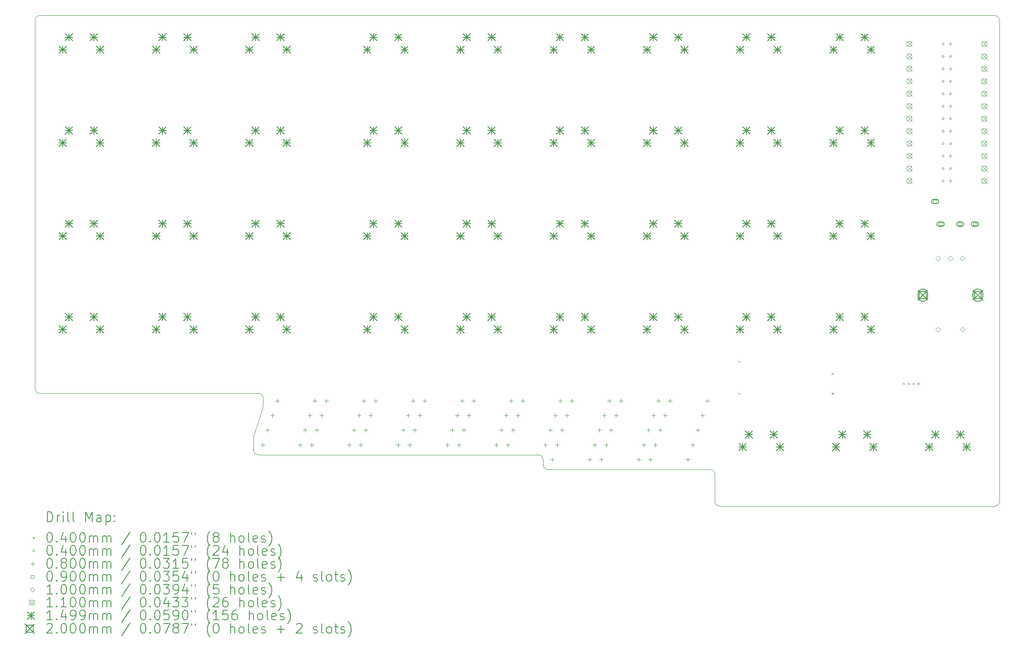
<source format=gbr>
%TF.GenerationSoftware,KiCad,Pcbnew,(6.0.8)*%
%TF.CreationDate,2023-04-06T15:32:16+10:00*%
%TF.ProjectId,drazie,6472617a-6965-42e6-9b69-6361645f7063,rev?*%
%TF.SameCoordinates,Original*%
%TF.FileFunction,Drillmap*%
%TF.FilePolarity,Positive*%
%FSLAX45Y45*%
G04 Gerber Fmt 4.5, Leading zero omitted, Abs format (unit mm)*
G04 Created by KiCad (PCBNEW (6.0.8)) date 2023-04-06 15:32:16*
%MOMM*%
%LPD*%
G01*
G04 APERTURE LIST*
%ADD10C,0.100000*%
%ADD11C,0.200000*%
%ADD12C,0.040000*%
%ADD13C,0.080000*%
%ADD14C,0.090000*%
%ADD15C,0.110000*%
%ADD16C,0.149860*%
G04 APERTURE END LIST*
D10*
X5900000Y-9050000D02*
X5900000Y-9200000D01*
X1350000Y-8950000D02*
X5800000Y-8950000D01*
X1250000Y-1350000D02*
X1250000Y-8850000D01*
X20800000Y-1250000D02*
X1350000Y-1250000D01*
X20900000Y-1350000D02*
X20900000Y-11150000D01*
X15200000Y-11250000D02*
X20800000Y-11250000D01*
X15100000Y-10600000D02*
X15100000Y-11150000D01*
X11700000Y-10500000D02*
X15000000Y-10500000D01*
X11600000Y-10300000D02*
X11600000Y-10400000D01*
X11500000Y-10200000D02*
X5800000Y-10200000D01*
X20800000Y-11250000D02*
G75*
G03*
X20900000Y-11150000I0J100000D01*
G01*
X20900000Y-1350000D02*
G75*
G03*
X20800000Y-1250000I-100000J0D01*
G01*
X1350000Y-1250000D02*
G75*
G03*
X1250000Y-1350000I0J-100000D01*
G01*
X1250000Y-8850000D02*
G75*
G03*
X1350000Y-8950000I100000J0D01*
G01*
X5900000Y-9050000D02*
G75*
G03*
X5800000Y-8950000I-100000J0D01*
G01*
X5700000Y-9850000D02*
X5700000Y-10100000D01*
X5889443Y-9244721D02*
X5710557Y-9805279D01*
X5889443Y-9244721D02*
G75*
G03*
X5900000Y-9200000I-89443J44721D01*
G01*
X5710557Y-9805279D02*
G75*
G03*
X5700000Y-9850000I89443J-44721D01*
G01*
X5700000Y-10100000D02*
G75*
G03*
X5800000Y-10200000I100000J0D01*
G01*
X11600000Y-10300000D02*
G75*
G03*
X11500000Y-10200000I-100000J0D01*
G01*
X11600000Y-10400000D02*
G75*
G03*
X11700000Y-10500000I100000J0D01*
G01*
X15100000Y-10600000D02*
G75*
G03*
X15000000Y-10500000I-100000J0D01*
G01*
X15100000Y-11150000D02*
G75*
G03*
X15200000Y-11250000I100000J0D01*
G01*
D11*
D12*
X15580000Y-8280000D02*
X15620000Y-8320000D01*
X15620000Y-8280000D02*
X15580000Y-8320000D01*
X15580000Y-8930000D02*
X15620000Y-8970000D01*
X15620000Y-8930000D02*
X15580000Y-8970000D01*
X17480000Y-8530000D02*
X17520000Y-8570000D01*
X17520000Y-8530000D02*
X17480000Y-8570000D01*
X17480000Y-8930000D02*
X17520000Y-8970000D01*
X17520000Y-8930000D02*
X17480000Y-8970000D01*
X18930000Y-8730000D02*
X18970000Y-8770000D01*
X18970000Y-8730000D02*
X18930000Y-8770000D01*
X19030000Y-8730000D02*
X19070000Y-8770000D01*
X19070000Y-8730000D02*
X19030000Y-8770000D01*
X19130000Y-8730000D02*
X19170000Y-8770000D01*
X19170000Y-8730000D02*
X19130000Y-8770000D01*
X19230000Y-8730000D02*
X19270000Y-8770000D01*
X19270000Y-8730000D02*
X19230000Y-8770000D01*
X19770000Y-1828900D02*
G75*
G03*
X19770000Y-1828900I-20000J0D01*
G01*
X19770000Y-2082900D02*
G75*
G03*
X19770000Y-2082900I-20000J0D01*
G01*
X19770000Y-2336900D02*
G75*
G03*
X19770000Y-2336900I-20000J0D01*
G01*
X19770000Y-2590900D02*
G75*
G03*
X19770000Y-2590900I-20000J0D01*
G01*
X19770000Y-2844900D02*
G75*
G03*
X19770000Y-2844900I-20000J0D01*
G01*
X19770000Y-3098900D02*
G75*
G03*
X19770000Y-3098900I-20000J0D01*
G01*
X19770000Y-3352900D02*
G75*
G03*
X19770000Y-3352900I-20000J0D01*
G01*
X19770000Y-3606900D02*
G75*
G03*
X19770000Y-3606900I-20000J0D01*
G01*
X19770000Y-3860900D02*
G75*
G03*
X19770000Y-3860900I-20000J0D01*
G01*
X19770000Y-4114900D02*
G75*
G03*
X19770000Y-4114900I-20000J0D01*
G01*
X19770000Y-4368900D02*
G75*
G03*
X19770000Y-4368900I-20000J0D01*
G01*
X19770000Y-4622900D02*
G75*
G03*
X19770000Y-4622900I-20000J0D01*
G01*
X19922400Y-1828900D02*
G75*
G03*
X19922400Y-1828900I-20000J0D01*
G01*
X19922400Y-2082900D02*
G75*
G03*
X19922400Y-2082900I-20000J0D01*
G01*
X19922400Y-2336900D02*
G75*
G03*
X19922400Y-2336900I-20000J0D01*
G01*
X19922400Y-2590900D02*
G75*
G03*
X19922400Y-2590900I-20000J0D01*
G01*
X19922400Y-2844900D02*
G75*
G03*
X19922400Y-2844900I-20000J0D01*
G01*
X19922400Y-3098900D02*
G75*
G03*
X19922400Y-3098900I-20000J0D01*
G01*
X19922400Y-3352900D02*
G75*
G03*
X19922400Y-3352900I-20000J0D01*
G01*
X19922400Y-3606900D02*
G75*
G03*
X19922400Y-3606900I-20000J0D01*
G01*
X19922400Y-3860900D02*
G75*
G03*
X19922400Y-3860900I-20000J0D01*
G01*
X19922400Y-4114900D02*
G75*
G03*
X19922400Y-4114900I-20000J0D01*
G01*
X19922400Y-4368900D02*
G75*
G03*
X19922400Y-4368900I-20000J0D01*
G01*
X19922400Y-4622900D02*
G75*
G03*
X19922400Y-4622900I-20000J0D01*
G01*
D13*
X5888000Y-9960000D02*
X5888000Y-10040000D01*
X5848000Y-10000000D02*
X5928000Y-10000000D01*
X5988000Y-9660000D02*
X5988000Y-9740000D01*
X5948000Y-9700000D02*
X6028000Y-9700000D01*
X6088000Y-9360000D02*
X6088000Y-9440000D01*
X6048000Y-9400000D02*
X6128000Y-9400000D01*
X6188000Y-9060000D02*
X6188000Y-9140000D01*
X6148000Y-9100000D02*
X6228000Y-9100000D01*
X6650000Y-9960000D02*
X6650000Y-10040000D01*
X6610000Y-10000000D02*
X6690000Y-10000000D01*
X6750000Y-9660000D02*
X6750000Y-9740000D01*
X6710000Y-9700000D02*
X6790000Y-9700000D01*
X6850000Y-9360000D02*
X6850000Y-9440000D01*
X6810000Y-9400000D02*
X6890000Y-9400000D01*
X6888000Y-9960000D02*
X6888000Y-10040000D01*
X6848000Y-10000000D02*
X6928000Y-10000000D01*
X6950000Y-9060000D02*
X6950000Y-9140000D01*
X6910000Y-9100000D02*
X6990000Y-9100000D01*
X6988000Y-9660000D02*
X6988000Y-9740000D01*
X6948000Y-9700000D02*
X7028000Y-9700000D01*
X7088000Y-9360000D02*
X7088000Y-9440000D01*
X7048000Y-9400000D02*
X7128000Y-9400000D01*
X7188000Y-9060000D02*
X7188000Y-9140000D01*
X7148000Y-9100000D02*
X7228000Y-9100000D01*
X7650000Y-9960000D02*
X7650000Y-10040000D01*
X7610000Y-10000000D02*
X7690000Y-10000000D01*
X7750000Y-9660000D02*
X7750000Y-9740000D01*
X7710000Y-9700000D02*
X7790000Y-9700000D01*
X7850000Y-9360000D02*
X7850000Y-9440000D01*
X7810000Y-9400000D02*
X7890000Y-9400000D01*
X7888000Y-9960000D02*
X7888000Y-10040000D01*
X7848000Y-10000000D02*
X7928000Y-10000000D01*
X7950000Y-9060000D02*
X7950000Y-9140000D01*
X7910000Y-9100000D02*
X7990000Y-9100000D01*
X7988000Y-9660000D02*
X7988000Y-9740000D01*
X7948000Y-9700000D02*
X8028000Y-9700000D01*
X8088000Y-9360000D02*
X8088000Y-9440000D01*
X8048000Y-9400000D02*
X8128000Y-9400000D01*
X8188000Y-9060000D02*
X8188000Y-9140000D01*
X8148000Y-9100000D02*
X8228000Y-9100000D01*
X8650000Y-9960000D02*
X8650000Y-10040000D01*
X8610000Y-10000000D02*
X8690000Y-10000000D01*
X8750000Y-9660000D02*
X8750000Y-9740000D01*
X8710000Y-9700000D02*
X8790000Y-9700000D01*
X8850000Y-9360000D02*
X8850000Y-9440000D01*
X8810000Y-9400000D02*
X8890000Y-9400000D01*
X8888000Y-9959283D02*
X8888000Y-10039283D01*
X8848000Y-9999283D02*
X8928000Y-9999283D01*
X8950000Y-9060000D02*
X8950000Y-9140000D01*
X8910000Y-9100000D02*
X8990000Y-9100000D01*
X8988000Y-9659283D02*
X8988000Y-9739283D01*
X8948000Y-9699283D02*
X9028000Y-9699283D01*
X9088000Y-9359283D02*
X9088000Y-9439283D01*
X9048000Y-9399283D02*
X9128000Y-9399283D01*
X9188000Y-9059283D02*
X9188000Y-9139283D01*
X9148000Y-9099283D02*
X9228000Y-9099283D01*
X9650000Y-9959283D02*
X9650000Y-10039283D01*
X9610000Y-9999283D02*
X9690000Y-9999283D01*
X9750000Y-9659283D02*
X9750000Y-9739283D01*
X9710000Y-9699283D02*
X9790000Y-9699283D01*
X9850000Y-9359283D02*
X9850000Y-9439283D01*
X9810000Y-9399283D02*
X9890000Y-9399283D01*
X9888000Y-9960000D02*
X9888000Y-10040000D01*
X9848000Y-10000000D02*
X9928000Y-10000000D01*
X9950000Y-9059283D02*
X9950000Y-9139283D01*
X9910000Y-9099283D02*
X9990000Y-9099283D01*
X9988000Y-9660000D02*
X9988000Y-9740000D01*
X9948000Y-9700000D02*
X10028000Y-9700000D01*
X10088000Y-9360000D02*
X10088000Y-9440000D01*
X10048000Y-9400000D02*
X10128000Y-9400000D01*
X10188000Y-9060000D02*
X10188000Y-9140000D01*
X10148000Y-9100000D02*
X10228000Y-9100000D01*
X10650000Y-9960000D02*
X10650000Y-10040000D01*
X10610000Y-10000000D02*
X10690000Y-10000000D01*
X10750000Y-9660000D02*
X10750000Y-9740000D01*
X10710000Y-9700000D02*
X10790000Y-9700000D01*
X10850000Y-9360000D02*
X10850000Y-9440000D01*
X10810000Y-9400000D02*
X10890000Y-9400000D01*
X10888000Y-9960000D02*
X10888000Y-10040000D01*
X10848000Y-10000000D02*
X10928000Y-10000000D01*
X10950000Y-9060000D02*
X10950000Y-9140000D01*
X10910000Y-9100000D02*
X10990000Y-9100000D01*
X10988000Y-9660000D02*
X10988000Y-9740000D01*
X10948000Y-9700000D02*
X11028000Y-9700000D01*
X11088000Y-9360000D02*
X11088000Y-9440000D01*
X11048000Y-9400000D02*
X11128000Y-9400000D01*
X11188000Y-9060000D02*
X11188000Y-9140000D01*
X11148000Y-9100000D02*
X11228000Y-9100000D01*
X11650000Y-9960000D02*
X11650000Y-10040000D01*
X11610000Y-10000000D02*
X11690000Y-10000000D01*
X11750000Y-9660000D02*
X11750000Y-9740000D01*
X11710000Y-9700000D02*
X11790000Y-9700000D01*
X11788000Y-10260000D02*
X11788000Y-10340000D01*
X11748000Y-10300000D02*
X11828000Y-10300000D01*
X11850000Y-9360000D02*
X11850000Y-9440000D01*
X11810000Y-9400000D02*
X11890000Y-9400000D01*
X11888000Y-9960000D02*
X11888000Y-10040000D01*
X11848000Y-10000000D02*
X11928000Y-10000000D01*
X11950000Y-9060000D02*
X11950000Y-9140000D01*
X11910000Y-9100000D02*
X11990000Y-9100000D01*
X11988000Y-9660000D02*
X11988000Y-9740000D01*
X11948000Y-9700000D02*
X12028000Y-9700000D01*
X12088000Y-9360000D02*
X12088000Y-9440000D01*
X12048000Y-9400000D02*
X12128000Y-9400000D01*
X12188000Y-9060000D02*
X12188000Y-9140000D01*
X12148000Y-9100000D02*
X12228000Y-9100000D01*
X12550000Y-10260000D02*
X12550000Y-10340000D01*
X12510000Y-10300000D02*
X12590000Y-10300000D01*
X12650000Y-9960000D02*
X12650000Y-10040000D01*
X12610000Y-10000000D02*
X12690000Y-10000000D01*
X12750000Y-9660000D02*
X12750000Y-9740000D01*
X12710000Y-9700000D02*
X12790000Y-9700000D01*
X12788000Y-10260000D02*
X12788000Y-10340000D01*
X12748000Y-10300000D02*
X12828000Y-10300000D01*
X12850000Y-9360000D02*
X12850000Y-9440000D01*
X12810000Y-9400000D02*
X12890000Y-9400000D01*
X12888000Y-9960000D02*
X12888000Y-10040000D01*
X12848000Y-10000000D02*
X12928000Y-10000000D01*
X12950000Y-9060000D02*
X12950000Y-9140000D01*
X12910000Y-9100000D02*
X12990000Y-9100000D01*
X12988000Y-9660000D02*
X12988000Y-9740000D01*
X12948000Y-9700000D02*
X13028000Y-9700000D01*
X13088000Y-9360000D02*
X13088000Y-9440000D01*
X13048000Y-9400000D02*
X13128000Y-9400000D01*
X13188000Y-9060000D02*
X13188000Y-9140000D01*
X13148000Y-9100000D02*
X13228000Y-9100000D01*
X13550000Y-10260000D02*
X13550000Y-10340000D01*
X13510000Y-10300000D02*
X13590000Y-10300000D01*
X13650000Y-9960000D02*
X13650000Y-10040000D01*
X13610000Y-10000000D02*
X13690000Y-10000000D01*
X13750000Y-9660000D02*
X13750000Y-9740000D01*
X13710000Y-9700000D02*
X13790000Y-9700000D01*
X13788000Y-10260000D02*
X13788000Y-10340000D01*
X13748000Y-10300000D02*
X13828000Y-10300000D01*
X13850000Y-9360000D02*
X13850000Y-9440000D01*
X13810000Y-9400000D02*
X13890000Y-9400000D01*
X13888000Y-9960000D02*
X13888000Y-10040000D01*
X13848000Y-10000000D02*
X13928000Y-10000000D01*
X13950000Y-9060000D02*
X13950000Y-9140000D01*
X13910000Y-9100000D02*
X13990000Y-9100000D01*
X13988000Y-9660000D02*
X13988000Y-9740000D01*
X13948000Y-9700000D02*
X14028000Y-9700000D01*
X14088000Y-9360000D02*
X14088000Y-9440000D01*
X14048000Y-9400000D02*
X14128000Y-9400000D01*
X14188000Y-9060000D02*
X14188000Y-9140000D01*
X14148000Y-9100000D02*
X14228000Y-9100000D01*
X14550000Y-10260000D02*
X14550000Y-10340000D01*
X14510000Y-10300000D02*
X14590000Y-10300000D01*
X14650000Y-9960000D02*
X14650000Y-10040000D01*
X14610000Y-10000000D02*
X14690000Y-10000000D01*
X14750000Y-9660000D02*
X14750000Y-9740000D01*
X14710000Y-9700000D02*
X14790000Y-9700000D01*
X14850000Y-9360000D02*
X14850000Y-9440000D01*
X14810000Y-9400000D02*
X14890000Y-9400000D01*
X14950000Y-9060000D02*
X14950000Y-9140000D01*
X14910000Y-9100000D02*
X14990000Y-9100000D01*
D14*
X19621820Y-5071820D02*
X19621820Y-5008180D01*
X19558180Y-5008180D01*
X19558180Y-5071820D01*
X19621820Y-5071820D01*
D11*
X19620000Y-4995000D02*
X19560000Y-4995000D01*
X19620000Y-5085000D02*
X19560000Y-5085000D01*
X19560000Y-4995000D02*
G75*
G03*
X19560000Y-5085000I0J-45000D01*
G01*
X19620000Y-5085000D02*
G75*
G03*
X19620000Y-4995000I0J45000D01*
G01*
D14*
X19731820Y-5531820D02*
X19731820Y-5468180D01*
X19668180Y-5468180D01*
X19668180Y-5531820D01*
X19731820Y-5531820D01*
D11*
X19730000Y-5455000D02*
X19670000Y-5455000D01*
X19730000Y-5545000D02*
X19670000Y-5545000D01*
X19670000Y-5455000D02*
G75*
G03*
X19670000Y-5545000I0J-45000D01*
G01*
X19730000Y-5545000D02*
G75*
G03*
X19730000Y-5455000I0J45000D01*
G01*
D14*
X20131820Y-5531820D02*
X20131820Y-5468180D01*
X20068180Y-5468180D01*
X20068180Y-5531820D01*
X20131820Y-5531820D01*
D11*
X20130000Y-5455000D02*
X20070000Y-5455000D01*
X20130000Y-5545000D02*
X20070000Y-5545000D01*
X20070000Y-5455000D02*
G75*
G03*
X20070000Y-5545000I0J-45000D01*
G01*
X20130000Y-5545000D02*
G75*
G03*
X20130000Y-5455000I0J45000D01*
G01*
D14*
X20431820Y-5531820D02*
X20431820Y-5468180D01*
X20368180Y-5468180D01*
X20368180Y-5531820D01*
X20431820Y-5531820D01*
D11*
X20430000Y-5455000D02*
X20370000Y-5455000D01*
X20430000Y-5545000D02*
X20370000Y-5545000D01*
X20370000Y-5455000D02*
G75*
G03*
X20370000Y-5545000I0J-45000D01*
G01*
X20430000Y-5545000D02*
G75*
G03*
X20430000Y-5455000I0J45000D01*
G01*
D10*
X19650000Y-6250000D02*
X19700000Y-6200000D01*
X19650000Y-6150000D01*
X19600000Y-6200000D01*
X19650000Y-6250000D01*
X19650000Y-7700000D02*
X19700000Y-7650000D01*
X19650000Y-7600000D01*
X19600000Y-7650000D01*
X19650000Y-7700000D01*
X19900000Y-6250000D02*
X19950000Y-6200000D01*
X19900000Y-6150000D01*
X19850000Y-6200000D01*
X19900000Y-6250000D01*
X20150000Y-6250000D02*
X20200000Y-6200000D01*
X20150000Y-6150000D01*
X20100000Y-6200000D01*
X20150000Y-6250000D01*
X20150000Y-7700000D02*
X20200000Y-7650000D01*
X20150000Y-7600000D01*
X20100000Y-7650000D01*
X20150000Y-7700000D01*
D15*
X19009200Y-1773900D02*
X19119200Y-1883900D01*
X19119200Y-1773900D02*
X19009200Y-1883900D01*
X19119200Y-1828900D02*
G75*
G03*
X19119200Y-1828900I-55000J0D01*
G01*
X19009200Y-1773900D02*
X19119200Y-1883900D01*
X19119200Y-1773900D02*
X19009200Y-1883900D01*
X19119200Y-1828900D02*
G75*
G03*
X19119200Y-1828900I-55000J0D01*
G01*
X19009200Y-2027900D02*
X19119200Y-2137900D01*
X19119200Y-2027900D02*
X19009200Y-2137900D01*
X19119200Y-2082900D02*
G75*
G03*
X19119200Y-2082900I-55000J0D01*
G01*
X19009200Y-2281900D02*
X19119200Y-2391900D01*
X19119200Y-2281900D02*
X19009200Y-2391900D01*
X19119200Y-2336900D02*
G75*
G03*
X19119200Y-2336900I-55000J0D01*
G01*
X19009200Y-2535900D02*
X19119200Y-2645900D01*
X19119200Y-2535900D02*
X19009200Y-2645900D01*
X19119200Y-2590900D02*
G75*
G03*
X19119200Y-2590900I-55000J0D01*
G01*
X19009200Y-2789900D02*
X19119200Y-2899900D01*
X19119200Y-2789900D02*
X19009200Y-2899900D01*
X19119200Y-2844900D02*
G75*
G03*
X19119200Y-2844900I-55000J0D01*
G01*
X19009200Y-3043900D02*
X19119200Y-3153900D01*
X19119200Y-3043900D02*
X19009200Y-3153900D01*
X19119200Y-3098900D02*
G75*
G03*
X19119200Y-3098900I-55000J0D01*
G01*
X19009200Y-3297900D02*
X19119200Y-3407900D01*
X19119200Y-3297900D02*
X19009200Y-3407900D01*
X19119200Y-3352900D02*
G75*
G03*
X19119200Y-3352900I-55000J0D01*
G01*
X19009200Y-3551900D02*
X19119200Y-3661900D01*
X19119200Y-3551900D02*
X19009200Y-3661900D01*
X19119200Y-3606900D02*
G75*
G03*
X19119200Y-3606900I-55000J0D01*
G01*
X19009200Y-3805900D02*
X19119200Y-3915900D01*
X19119200Y-3805900D02*
X19009200Y-3915900D01*
X19119200Y-3860900D02*
G75*
G03*
X19119200Y-3860900I-55000J0D01*
G01*
X19009200Y-4059900D02*
X19119200Y-4169900D01*
X19119200Y-4059900D02*
X19009200Y-4169900D01*
X19119200Y-4114900D02*
G75*
G03*
X19119200Y-4114900I-55000J0D01*
G01*
X19009200Y-4313900D02*
X19119200Y-4423900D01*
X19119200Y-4313900D02*
X19009200Y-4423900D01*
X19119200Y-4368900D02*
G75*
G03*
X19119200Y-4368900I-55000J0D01*
G01*
X19009200Y-4567900D02*
X19119200Y-4677900D01*
X19119200Y-4567900D02*
X19009200Y-4677900D01*
X19119200Y-4622900D02*
G75*
G03*
X19119200Y-4622900I-55000J0D01*
G01*
X20533200Y-1773900D02*
X20643200Y-1883900D01*
X20643200Y-1773900D02*
X20533200Y-1883900D01*
X20643200Y-1828900D02*
G75*
G03*
X20643200Y-1828900I-55000J0D01*
G01*
X20533200Y-1773900D02*
X20643200Y-1883900D01*
X20643200Y-1773900D02*
X20533200Y-1883900D01*
X20643200Y-1828900D02*
G75*
G03*
X20643200Y-1828900I-55000J0D01*
G01*
X20533200Y-2027900D02*
X20643200Y-2137900D01*
X20643200Y-2027900D02*
X20533200Y-2137900D01*
X20643200Y-2082900D02*
G75*
G03*
X20643200Y-2082900I-55000J0D01*
G01*
X20533200Y-2281900D02*
X20643200Y-2391900D01*
X20643200Y-2281900D02*
X20533200Y-2391900D01*
X20643200Y-2336900D02*
G75*
G03*
X20643200Y-2336900I-55000J0D01*
G01*
X20533200Y-2535900D02*
X20643200Y-2645900D01*
X20643200Y-2535900D02*
X20533200Y-2645900D01*
X20643200Y-2590900D02*
G75*
G03*
X20643200Y-2590900I-55000J0D01*
G01*
X20533200Y-2789900D02*
X20643200Y-2899900D01*
X20643200Y-2789900D02*
X20533200Y-2899900D01*
X20643200Y-2844900D02*
G75*
G03*
X20643200Y-2844900I-55000J0D01*
G01*
X20533200Y-3043900D02*
X20643200Y-3153900D01*
X20643200Y-3043900D02*
X20533200Y-3153900D01*
X20643200Y-3098900D02*
G75*
G03*
X20643200Y-3098900I-55000J0D01*
G01*
X20533200Y-3297900D02*
X20643200Y-3407900D01*
X20643200Y-3297900D02*
X20533200Y-3407900D01*
X20643200Y-3352900D02*
G75*
G03*
X20643200Y-3352900I-55000J0D01*
G01*
X20533200Y-3551900D02*
X20643200Y-3661900D01*
X20643200Y-3551900D02*
X20533200Y-3661900D01*
X20643200Y-3606900D02*
G75*
G03*
X20643200Y-3606900I-55000J0D01*
G01*
X20533200Y-3805900D02*
X20643200Y-3915900D01*
X20643200Y-3805900D02*
X20533200Y-3915900D01*
X20643200Y-3860900D02*
G75*
G03*
X20643200Y-3860900I-55000J0D01*
G01*
X20533200Y-4059900D02*
X20643200Y-4169900D01*
X20643200Y-4059900D02*
X20533200Y-4169900D01*
X20643200Y-4114900D02*
G75*
G03*
X20643200Y-4114900I-55000J0D01*
G01*
X20533200Y-4313900D02*
X20643200Y-4423900D01*
X20643200Y-4313900D02*
X20533200Y-4423900D01*
X20643200Y-4368900D02*
G75*
G03*
X20643200Y-4368900I-55000J0D01*
G01*
X20533200Y-4567900D02*
X20643200Y-4677900D01*
X20643200Y-4567900D02*
X20533200Y-4677900D01*
X20643200Y-4622900D02*
G75*
G03*
X20643200Y-4622900I-55000J0D01*
G01*
D16*
X1744070Y-1871070D02*
X1893930Y-2020930D01*
X1893930Y-1871070D02*
X1744070Y-2020930D01*
X1819000Y-1871070D02*
X1819000Y-2020930D01*
X1744070Y-1946000D02*
X1893930Y-1946000D01*
X1744070Y-3771070D02*
X1893930Y-3920930D01*
X1893930Y-3771070D02*
X1744070Y-3920930D01*
X1819000Y-3771070D02*
X1819000Y-3920930D01*
X1744070Y-3846000D02*
X1893930Y-3846000D01*
X1744070Y-5671070D02*
X1893930Y-5820930D01*
X1893930Y-5671070D02*
X1744070Y-5820930D01*
X1819000Y-5671070D02*
X1819000Y-5820930D01*
X1744070Y-5746000D02*
X1893930Y-5746000D01*
X1744070Y-7571070D02*
X1893930Y-7720930D01*
X1893930Y-7571070D02*
X1744070Y-7720930D01*
X1819000Y-7571070D02*
X1819000Y-7720930D01*
X1744070Y-7646000D02*
X1893930Y-7646000D01*
X1871070Y-1617070D02*
X2020930Y-1766930D01*
X2020930Y-1617070D02*
X1871070Y-1766930D01*
X1946000Y-1617070D02*
X1946000Y-1766930D01*
X1871070Y-1692000D02*
X2020930Y-1692000D01*
X1871070Y-3517070D02*
X2020930Y-3666930D01*
X2020930Y-3517070D02*
X1871070Y-3666930D01*
X1946000Y-3517070D02*
X1946000Y-3666930D01*
X1871070Y-3592000D02*
X2020930Y-3592000D01*
X1871070Y-5417070D02*
X2020930Y-5566930D01*
X2020930Y-5417070D02*
X1871070Y-5566930D01*
X1946000Y-5417070D02*
X1946000Y-5566930D01*
X1871070Y-5492000D02*
X2020930Y-5492000D01*
X1871070Y-7317070D02*
X2020930Y-7466930D01*
X2020930Y-7317070D02*
X1871070Y-7466930D01*
X1946000Y-7317070D02*
X1946000Y-7466930D01*
X1871070Y-7392000D02*
X2020930Y-7392000D01*
X2379070Y-1617070D02*
X2528930Y-1766930D01*
X2528930Y-1617070D02*
X2379070Y-1766930D01*
X2454000Y-1617070D02*
X2454000Y-1766930D01*
X2379070Y-1692000D02*
X2528930Y-1692000D01*
X2379070Y-3517070D02*
X2528930Y-3666930D01*
X2528930Y-3517070D02*
X2379070Y-3666930D01*
X2454000Y-3517070D02*
X2454000Y-3666930D01*
X2379070Y-3592000D02*
X2528930Y-3592000D01*
X2379070Y-5417070D02*
X2528930Y-5566930D01*
X2528930Y-5417070D02*
X2379070Y-5566930D01*
X2454000Y-5417070D02*
X2454000Y-5566930D01*
X2379070Y-5492000D02*
X2528930Y-5492000D01*
X2379070Y-7317070D02*
X2528930Y-7466930D01*
X2528930Y-7317070D02*
X2379070Y-7466930D01*
X2454000Y-7317070D02*
X2454000Y-7466930D01*
X2379070Y-7392000D02*
X2528930Y-7392000D01*
X2506070Y-1871070D02*
X2655930Y-2020930D01*
X2655930Y-1871070D02*
X2506070Y-2020930D01*
X2581000Y-1871070D02*
X2581000Y-2020930D01*
X2506070Y-1946000D02*
X2655930Y-1946000D01*
X2506070Y-3771070D02*
X2655930Y-3920930D01*
X2655930Y-3771070D02*
X2506070Y-3920930D01*
X2581000Y-3771070D02*
X2581000Y-3920930D01*
X2506070Y-3846000D02*
X2655930Y-3846000D01*
X2506070Y-5671070D02*
X2655930Y-5820930D01*
X2655930Y-5671070D02*
X2506070Y-5820930D01*
X2581000Y-5671070D02*
X2581000Y-5820930D01*
X2506070Y-5746000D02*
X2655930Y-5746000D01*
X2506070Y-7571070D02*
X2655930Y-7720930D01*
X2655930Y-7571070D02*
X2506070Y-7720930D01*
X2581000Y-7571070D02*
X2581000Y-7720930D01*
X2506070Y-7646000D02*
X2655930Y-7646000D01*
X3644070Y-1871070D02*
X3793930Y-2020930D01*
X3793930Y-1871070D02*
X3644070Y-2020930D01*
X3719000Y-1871070D02*
X3719000Y-2020930D01*
X3644070Y-1946000D02*
X3793930Y-1946000D01*
X3644070Y-3771070D02*
X3793930Y-3920930D01*
X3793930Y-3771070D02*
X3644070Y-3920930D01*
X3719000Y-3771070D02*
X3719000Y-3920930D01*
X3644070Y-3846000D02*
X3793930Y-3846000D01*
X3644070Y-5671070D02*
X3793930Y-5820930D01*
X3793930Y-5671070D02*
X3644070Y-5820930D01*
X3719000Y-5671070D02*
X3719000Y-5820930D01*
X3644070Y-5746000D02*
X3793930Y-5746000D01*
X3644070Y-7571070D02*
X3793930Y-7720930D01*
X3793930Y-7571070D02*
X3644070Y-7720930D01*
X3719000Y-7571070D02*
X3719000Y-7720930D01*
X3644070Y-7646000D02*
X3793930Y-7646000D01*
X3771070Y-1617070D02*
X3920930Y-1766930D01*
X3920930Y-1617070D02*
X3771070Y-1766930D01*
X3846000Y-1617070D02*
X3846000Y-1766930D01*
X3771070Y-1692000D02*
X3920930Y-1692000D01*
X3771070Y-3517070D02*
X3920930Y-3666930D01*
X3920930Y-3517070D02*
X3771070Y-3666930D01*
X3846000Y-3517070D02*
X3846000Y-3666930D01*
X3771070Y-3592000D02*
X3920930Y-3592000D01*
X3771070Y-5417070D02*
X3920930Y-5566930D01*
X3920930Y-5417070D02*
X3771070Y-5566930D01*
X3846000Y-5417070D02*
X3846000Y-5566930D01*
X3771070Y-5492000D02*
X3920930Y-5492000D01*
X3771070Y-7317070D02*
X3920930Y-7466930D01*
X3920930Y-7317070D02*
X3771070Y-7466930D01*
X3846000Y-7317070D02*
X3846000Y-7466930D01*
X3771070Y-7392000D02*
X3920930Y-7392000D01*
X4279070Y-1617070D02*
X4428930Y-1766930D01*
X4428930Y-1617070D02*
X4279070Y-1766930D01*
X4354000Y-1617070D02*
X4354000Y-1766930D01*
X4279070Y-1692000D02*
X4428930Y-1692000D01*
X4279070Y-3517070D02*
X4428930Y-3666930D01*
X4428930Y-3517070D02*
X4279070Y-3666930D01*
X4354000Y-3517070D02*
X4354000Y-3666930D01*
X4279070Y-3592000D02*
X4428930Y-3592000D01*
X4279070Y-5417070D02*
X4428930Y-5566930D01*
X4428930Y-5417070D02*
X4279070Y-5566930D01*
X4354000Y-5417070D02*
X4354000Y-5566930D01*
X4279070Y-5492000D02*
X4428930Y-5492000D01*
X4279070Y-7317070D02*
X4428930Y-7466930D01*
X4428930Y-7317070D02*
X4279070Y-7466930D01*
X4354000Y-7317070D02*
X4354000Y-7466930D01*
X4279070Y-7392000D02*
X4428930Y-7392000D01*
X4406070Y-1871070D02*
X4555930Y-2020930D01*
X4555930Y-1871070D02*
X4406070Y-2020930D01*
X4481000Y-1871070D02*
X4481000Y-2020930D01*
X4406070Y-1946000D02*
X4555930Y-1946000D01*
X4406070Y-3771070D02*
X4555930Y-3920930D01*
X4555930Y-3771070D02*
X4406070Y-3920930D01*
X4481000Y-3771070D02*
X4481000Y-3920930D01*
X4406070Y-3846000D02*
X4555930Y-3846000D01*
X4406070Y-5671070D02*
X4555930Y-5820930D01*
X4555930Y-5671070D02*
X4406070Y-5820930D01*
X4481000Y-5671070D02*
X4481000Y-5820930D01*
X4406070Y-5746000D02*
X4555930Y-5746000D01*
X4406070Y-7571070D02*
X4555930Y-7720930D01*
X4555930Y-7571070D02*
X4406070Y-7720930D01*
X4481000Y-7571070D02*
X4481000Y-7720930D01*
X4406070Y-7646000D02*
X4555930Y-7646000D01*
X5544070Y-1871070D02*
X5693930Y-2020930D01*
X5693930Y-1871070D02*
X5544070Y-2020930D01*
X5619000Y-1871070D02*
X5619000Y-2020930D01*
X5544070Y-1946000D02*
X5693930Y-1946000D01*
X5544070Y-3771070D02*
X5693930Y-3920930D01*
X5693930Y-3771070D02*
X5544070Y-3920930D01*
X5619000Y-3771070D02*
X5619000Y-3920930D01*
X5544070Y-3846000D02*
X5693930Y-3846000D01*
X5544070Y-5671070D02*
X5693930Y-5820930D01*
X5693930Y-5671070D02*
X5544070Y-5820930D01*
X5619000Y-5671070D02*
X5619000Y-5820930D01*
X5544070Y-5746000D02*
X5693930Y-5746000D01*
X5544070Y-7571070D02*
X5693930Y-7720930D01*
X5693930Y-7571070D02*
X5544070Y-7720930D01*
X5619000Y-7571070D02*
X5619000Y-7720930D01*
X5544070Y-7646000D02*
X5693930Y-7646000D01*
X5671070Y-1617070D02*
X5820930Y-1766930D01*
X5820930Y-1617070D02*
X5671070Y-1766930D01*
X5746000Y-1617070D02*
X5746000Y-1766930D01*
X5671070Y-1692000D02*
X5820930Y-1692000D01*
X5671070Y-3517070D02*
X5820930Y-3666930D01*
X5820930Y-3517070D02*
X5671070Y-3666930D01*
X5746000Y-3517070D02*
X5746000Y-3666930D01*
X5671070Y-3592000D02*
X5820930Y-3592000D01*
X5671070Y-5417070D02*
X5820930Y-5566930D01*
X5820930Y-5417070D02*
X5671070Y-5566930D01*
X5746000Y-5417070D02*
X5746000Y-5566930D01*
X5671070Y-5492000D02*
X5820930Y-5492000D01*
X5671070Y-7317070D02*
X5820930Y-7466930D01*
X5820930Y-7317070D02*
X5671070Y-7466930D01*
X5746000Y-7317070D02*
X5746000Y-7466930D01*
X5671070Y-7392000D02*
X5820930Y-7392000D01*
X6179070Y-1617070D02*
X6328930Y-1766930D01*
X6328930Y-1617070D02*
X6179070Y-1766930D01*
X6254000Y-1617070D02*
X6254000Y-1766930D01*
X6179070Y-1692000D02*
X6328930Y-1692000D01*
X6179070Y-3517070D02*
X6328930Y-3666930D01*
X6328930Y-3517070D02*
X6179070Y-3666930D01*
X6254000Y-3517070D02*
X6254000Y-3666930D01*
X6179070Y-3592000D02*
X6328930Y-3592000D01*
X6179070Y-5417070D02*
X6328930Y-5566930D01*
X6328930Y-5417070D02*
X6179070Y-5566930D01*
X6254000Y-5417070D02*
X6254000Y-5566930D01*
X6179070Y-5492000D02*
X6328930Y-5492000D01*
X6179070Y-7317070D02*
X6328930Y-7466930D01*
X6328930Y-7317070D02*
X6179070Y-7466930D01*
X6254000Y-7317070D02*
X6254000Y-7466930D01*
X6179070Y-7392000D02*
X6328930Y-7392000D01*
X6306070Y-1871070D02*
X6455930Y-2020930D01*
X6455930Y-1871070D02*
X6306070Y-2020930D01*
X6381000Y-1871070D02*
X6381000Y-2020930D01*
X6306070Y-1946000D02*
X6455930Y-1946000D01*
X6306070Y-3771070D02*
X6455930Y-3920930D01*
X6455930Y-3771070D02*
X6306070Y-3920930D01*
X6381000Y-3771070D02*
X6381000Y-3920930D01*
X6306070Y-3846000D02*
X6455930Y-3846000D01*
X6306070Y-5671070D02*
X6455930Y-5820930D01*
X6455930Y-5671070D02*
X6306070Y-5820930D01*
X6381000Y-5671070D02*
X6381000Y-5820930D01*
X6306070Y-5746000D02*
X6455930Y-5746000D01*
X6306070Y-7571070D02*
X6455930Y-7720930D01*
X6455930Y-7571070D02*
X6306070Y-7720930D01*
X6381000Y-7571070D02*
X6381000Y-7720930D01*
X6306070Y-7646000D02*
X6455930Y-7646000D01*
X7944070Y-1871070D02*
X8093930Y-2020930D01*
X8093930Y-1871070D02*
X7944070Y-2020930D01*
X8019000Y-1871070D02*
X8019000Y-2020930D01*
X7944070Y-1946000D02*
X8093930Y-1946000D01*
X7944070Y-3771070D02*
X8093930Y-3920930D01*
X8093930Y-3771070D02*
X7944070Y-3920930D01*
X8019000Y-3771070D02*
X8019000Y-3920930D01*
X7944070Y-3846000D02*
X8093930Y-3846000D01*
X7944070Y-5671070D02*
X8093930Y-5820930D01*
X8093930Y-5671070D02*
X7944070Y-5820930D01*
X8019000Y-5671070D02*
X8019000Y-5820930D01*
X7944070Y-5746000D02*
X8093930Y-5746000D01*
X7944070Y-7571070D02*
X8093930Y-7720930D01*
X8093930Y-7571070D02*
X7944070Y-7720930D01*
X8019000Y-7571070D02*
X8019000Y-7720930D01*
X7944070Y-7646000D02*
X8093930Y-7646000D01*
X8071070Y-1617070D02*
X8220930Y-1766930D01*
X8220930Y-1617070D02*
X8071070Y-1766930D01*
X8146000Y-1617070D02*
X8146000Y-1766930D01*
X8071070Y-1692000D02*
X8220930Y-1692000D01*
X8071070Y-3517070D02*
X8220930Y-3666930D01*
X8220930Y-3517070D02*
X8071070Y-3666930D01*
X8146000Y-3517070D02*
X8146000Y-3666930D01*
X8071070Y-3592000D02*
X8220930Y-3592000D01*
X8071070Y-5417070D02*
X8220930Y-5566930D01*
X8220930Y-5417070D02*
X8071070Y-5566930D01*
X8146000Y-5417070D02*
X8146000Y-5566930D01*
X8071070Y-5492000D02*
X8220930Y-5492000D01*
X8071070Y-7317070D02*
X8220930Y-7466930D01*
X8220930Y-7317070D02*
X8071070Y-7466930D01*
X8146000Y-7317070D02*
X8146000Y-7466930D01*
X8071070Y-7392000D02*
X8220930Y-7392000D01*
X8579070Y-1617070D02*
X8728930Y-1766930D01*
X8728930Y-1617070D02*
X8579070Y-1766930D01*
X8654000Y-1617070D02*
X8654000Y-1766930D01*
X8579070Y-1692000D02*
X8728930Y-1692000D01*
X8579070Y-3517070D02*
X8728930Y-3666930D01*
X8728930Y-3517070D02*
X8579070Y-3666930D01*
X8654000Y-3517070D02*
X8654000Y-3666930D01*
X8579070Y-3592000D02*
X8728930Y-3592000D01*
X8579070Y-5417070D02*
X8728930Y-5566930D01*
X8728930Y-5417070D02*
X8579070Y-5566930D01*
X8654000Y-5417070D02*
X8654000Y-5566930D01*
X8579070Y-5492000D02*
X8728930Y-5492000D01*
X8579070Y-7317070D02*
X8728930Y-7466930D01*
X8728930Y-7317070D02*
X8579070Y-7466930D01*
X8654000Y-7317070D02*
X8654000Y-7466930D01*
X8579070Y-7392000D02*
X8728930Y-7392000D01*
X8706070Y-1871070D02*
X8855930Y-2020930D01*
X8855930Y-1871070D02*
X8706070Y-2020930D01*
X8781000Y-1871070D02*
X8781000Y-2020930D01*
X8706070Y-1946000D02*
X8855930Y-1946000D01*
X8706070Y-3771070D02*
X8855930Y-3920930D01*
X8855930Y-3771070D02*
X8706070Y-3920930D01*
X8781000Y-3771070D02*
X8781000Y-3920930D01*
X8706070Y-3846000D02*
X8855930Y-3846000D01*
X8706070Y-5671070D02*
X8855930Y-5820930D01*
X8855930Y-5671070D02*
X8706070Y-5820930D01*
X8781000Y-5671070D02*
X8781000Y-5820930D01*
X8706070Y-5746000D02*
X8855930Y-5746000D01*
X8706070Y-7571070D02*
X8855930Y-7720930D01*
X8855930Y-7571070D02*
X8706070Y-7720930D01*
X8781000Y-7571070D02*
X8781000Y-7720930D01*
X8706070Y-7646000D02*
X8855930Y-7646000D01*
X9844070Y-1871070D02*
X9993930Y-2020930D01*
X9993930Y-1871070D02*
X9844070Y-2020930D01*
X9919000Y-1871070D02*
X9919000Y-2020930D01*
X9844070Y-1946000D02*
X9993930Y-1946000D01*
X9844070Y-3771070D02*
X9993930Y-3920930D01*
X9993930Y-3771070D02*
X9844070Y-3920930D01*
X9919000Y-3771070D02*
X9919000Y-3920930D01*
X9844070Y-3846000D02*
X9993930Y-3846000D01*
X9844070Y-5671070D02*
X9993930Y-5820930D01*
X9993930Y-5671070D02*
X9844070Y-5820930D01*
X9919000Y-5671070D02*
X9919000Y-5820930D01*
X9844070Y-5746000D02*
X9993930Y-5746000D01*
X9844070Y-7571070D02*
X9993930Y-7720930D01*
X9993930Y-7571070D02*
X9844070Y-7720930D01*
X9919000Y-7571070D02*
X9919000Y-7720930D01*
X9844070Y-7646000D02*
X9993930Y-7646000D01*
X9971070Y-1617070D02*
X10120930Y-1766930D01*
X10120930Y-1617070D02*
X9971070Y-1766930D01*
X10046000Y-1617070D02*
X10046000Y-1766930D01*
X9971070Y-1692000D02*
X10120930Y-1692000D01*
X9971070Y-3517070D02*
X10120930Y-3666930D01*
X10120930Y-3517070D02*
X9971070Y-3666930D01*
X10046000Y-3517070D02*
X10046000Y-3666930D01*
X9971070Y-3592000D02*
X10120930Y-3592000D01*
X9971070Y-5417070D02*
X10120930Y-5566930D01*
X10120930Y-5417070D02*
X9971070Y-5566930D01*
X10046000Y-5417070D02*
X10046000Y-5566930D01*
X9971070Y-5492000D02*
X10120930Y-5492000D01*
X9971070Y-7317070D02*
X10120930Y-7466930D01*
X10120930Y-7317070D02*
X9971070Y-7466930D01*
X10046000Y-7317070D02*
X10046000Y-7466930D01*
X9971070Y-7392000D02*
X10120930Y-7392000D01*
X10479070Y-1617070D02*
X10628930Y-1766930D01*
X10628930Y-1617070D02*
X10479070Y-1766930D01*
X10554000Y-1617070D02*
X10554000Y-1766930D01*
X10479070Y-1692000D02*
X10628930Y-1692000D01*
X10479070Y-3517070D02*
X10628930Y-3666930D01*
X10628930Y-3517070D02*
X10479070Y-3666930D01*
X10554000Y-3517070D02*
X10554000Y-3666930D01*
X10479070Y-3592000D02*
X10628930Y-3592000D01*
X10479070Y-5417070D02*
X10628930Y-5566930D01*
X10628930Y-5417070D02*
X10479070Y-5566930D01*
X10554000Y-5417070D02*
X10554000Y-5566930D01*
X10479070Y-5492000D02*
X10628930Y-5492000D01*
X10479070Y-7317070D02*
X10628930Y-7466930D01*
X10628930Y-7317070D02*
X10479070Y-7466930D01*
X10554000Y-7317070D02*
X10554000Y-7466930D01*
X10479070Y-7392000D02*
X10628930Y-7392000D01*
X10606070Y-1871070D02*
X10755930Y-2020930D01*
X10755930Y-1871070D02*
X10606070Y-2020930D01*
X10681000Y-1871070D02*
X10681000Y-2020930D01*
X10606070Y-1946000D02*
X10755930Y-1946000D01*
X10606070Y-3771070D02*
X10755930Y-3920930D01*
X10755930Y-3771070D02*
X10606070Y-3920930D01*
X10681000Y-3771070D02*
X10681000Y-3920930D01*
X10606070Y-3846000D02*
X10755930Y-3846000D01*
X10606070Y-5671070D02*
X10755930Y-5820930D01*
X10755930Y-5671070D02*
X10606070Y-5820930D01*
X10681000Y-5671070D02*
X10681000Y-5820930D01*
X10606070Y-5746000D02*
X10755930Y-5746000D01*
X10606070Y-7571070D02*
X10755930Y-7720930D01*
X10755930Y-7571070D02*
X10606070Y-7720930D01*
X10681000Y-7571070D02*
X10681000Y-7720930D01*
X10606070Y-7646000D02*
X10755930Y-7646000D01*
X11744070Y-1871070D02*
X11893930Y-2020930D01*
X11893930Y-1871070D02*
X11744070Y-2020930D01*
X11819000Y-1871070D02*
X11819000Y-2020930D01*
X11744070Y-1946000D02*
X11893930Y-1946000D01*
X11744070Y-3771070D02*
X11893930Y-3920930D01*
X11893930Y-3771070D02*
X11744070Y-3920930D01*
X11819000Y-3771070D02*
X11819000Y-3920930D01*
X11744070Y-3846000D02*
X11893930Y-3846000D01*
X11744070Y-5671070D02*
X11893930Y-5820930D01*
X11893930Y-5671070D02*
X11744070Y-5820930D01*
X11819000Y-5671070D02*
X11819000Y-5820930D01*
X11744070Y-5746000D02*
X11893930Y-5746000D01*
X11744070Y-7571070D02*
X11893930Y-7720930D01*
X11893930Y-7571070D02*
X11744070Y-7720930D01*
X11819000Y-7571070D02*
X11819000Y-7720930D01*
X11744070Y-7646000D02*
X11893930Y-7646000D01*
X11871070Y-1617070D02*
X12020930Y-1766930D01*
X12020930Y-1617070D02*
X11871070Y-1766930D01*
X11946000Y-1617070D02*
X11946000Y-1766930D01*
X11871070Y-1692000D02*
X12020930Y-1692000D01*
X11871070Y-3517070D02*
X12020930Y-3666930D01*
X12020930Y-3517070D02*
X11871070Y-3666930D01*
X11946000Y-3517070D02*
X11946000Y-3666930D01*
X11871070Y-3592000D02*
X12020930Y-3592000D01*
X11871070Y-5417070D02*
X12020930Y-5566930D01*
X12020930Y-5417070D02*
X11871070Y-5566930D01*
X11946000Y-5417070D02*
X11946000Y-5566930D01*
X11871070Y-5492000D02*
X12020930Y-5492000D01*
X11871070Y-7317070D02*
X12020930Y-7466930D01*
X12020930Y-7317070D02*
X11871070Y-7466930D01*
X11946000Y-7317070D02*
X11946000Y-7466930D01*
X11871070Y-7392000D02*
X12020930Y-7392000D01*
X12379070Y-1617070D02*
X12528930Y-1766930D01*
X12528930Y-1617070D02*
X12379070Y-1766930D01*
X12454000Y-1617070D02*
X12454000Y-1766930D01*
X12379070Y-1692000D02*
X12528930Y-1692000D01*
X12379070Y-3517070D02*
X12528930Y-3666930D01*
X12528930Y-3517070D02*
X12379070Y-3666930D01*
X12454000Y-3517070D02*
X12454000Y-3666930D01*
X12379070Y-3592000D02*
X12528930Y-3592000D01*
X12379070Y-5417070D02*
X12528930Y-5566930D01*
X12528930Y-5417070D02*
X12379070Y-5566930D01*
X12454000Y-5417070D02*
X12454000Y-5566930D01*
X12379070Y-5492000D02*
X12528930Y-5492000D01*
X12379070Y-7317070D02*
X12528930Y-7466930D01*
X12528930Y-7317070D02*
X12379070Y-7466930D01*
X12454000Y-7317070D02*
X12454000Y-7466930D01*
X12379070Y-7392000D02*
X12528930Y-7392000D01*
X12506070Y-1871070D02*
X12655930Y-2020930D01*
X12655930Y-1871070D02*
X12506070Y-2020930D01*
X12581000Y-1871070D02*
X12581000Y-2020930D01*
X12506070Y-1946000D02*
X12655930Y-1946000D01*
X12506070Y-3771070D02*
X12655930Y-3920930D01*
X12655930Y-3771070D02*
X12506070Y-3920930D01*
X12581000Y-3771070D02*
X12581000Y-3920930D01*
X12506070Y-3846000D02*
X12655930Y-3846000D01*
X12506070Y-5671070D02*
X12655930Y-5820930D01*
X12655930Y-5671070D02*
X12506070Y-5820930D01*
X12581000Y-5671070D02*
X12581000Y-5820930D01*
X12506070Y-5746000D02*
X12655930Y-5746000D01*
X12506070Y-7571070D02*
X12655930Y-7720930D01*
X12655930Y-7571070D02*
X12506070Y-7720930D01*
X12581000Y-7571070D02*
X12581000Y-7720930D01*
X12506070Y-7646000D02*
X12655930Y-7646000D01*
X13644070Y-1871070D02*
X13793930Y-2020930D01*
X13793930Y-1871070D02*
X13644070Y-2020930D01*
X13719000Y-1871070D02*
X13719000Y-2020930D01*
X13644070Y-1946000D02*
X13793930Y-1946000D01*
X13644070Y-3771070D02*
X13793930Y-3920930D01*
X13793930Y-3771070D02*
X13644070Y-3920930D01*
X13719000Y-3771070D02*
X13719000Y-3920930D01*
X13644070Y-3846000D02*
X13793930Y-3846000D01*
X13644070Y-5671070D02*
X13793930Y-5820930D01*
X13793930Y-5671070D02*
X13644070Y-5820930D01*
X13719000Y-5671070D02*
X13719000Y-5820930D01*
X13644070Y-5746000D02*
X13793930Y-5746000D01*
X13644070Y-7571070D02*
X13793930Y-7720930D01*
X13793930Y-7571070D02*
X13644070Y-7720930D01*
X13719000Y-7571070D02*
X13719000Y-7720930D01*
X13644070Y-7646000D02*
X13793930Y-7646000D01*
X13771070Y-1617070D02*
X13920930Y-1766930D01*
X13920930Y-1617070D02*
X13771070Y-1766930D01*
X13846000Y-1617070D02*
X13846000Y-1766930D01*
X13771070Y-1692000D02*
X13920930Y-1692000D01*
X13771070Y-3517070D02*
X13920930Y-3666930D01*
X13920930Y-3517070D02*
X13771070Y-3666930D01*
X13846000Y-3517070D02*
X13846000Y-3666930D01*
X13771070Y-3592000D02*
X13920930Y-3592000D01*
X13771070Y-5417070D02*
X13920930Y-5566930D01*
X13920930Y-5417070D02*
X13771070Y-5566930D01*
X13846000Y-5417070D02*
X13846000Y-5566930D01*
X13771070Y-5492000D02*
X13920930Y-5492000D01*
X13771070Y-7317070D02*
X13920930Y-7466930D01*
X13920930Y-7317070D02*
X13771070Y-7466930D01*
X13846000Y-7317070D02*
X13846000Y-7466930D01*
X13771070Y-7392000D02*
X13920930Y-7392000D01*
X14279070Y-1617070D02*
X14428930Y-1766930D01*
X14428930Y-1617070D02*
X14279070Y-1766930D01*
X14354000Y-1617070D02*
X14354000Y-1766930D01*
X14279070Y-1692000D02*
X14428930Y-1692000D01*
X14279070Y-3517070D02*
X14428930Y-3666930D01*
X14428930Y-3517070D02*
X14279070Y-3666930D01*
X14354000Y-3517070D02*
X14354000Y-3666930D01*
X14279070Y-3592000D02*
X14428930Y-3592000D01*
X14279070Y-5417070D02*
X14428930Y-5566930D01*
X14428930Y-5417070D02*
X14279070Y-5566930D01*
X14354000Y-5417070D02*
X14354000Y-5566930D01*
X14279070Y-5492000D02*
X14428930Y-5492000D01*
X14279070Y-7317070D02*
X14428930Y-7466930D01*
X14428930Y-7317070D02*
X14279070Y-7466930D01*
X14354000Y-7317070D02*
X14354000Y-7466930D01*
X14279070Y-7392000D02*
X14428930Y-7392000D01*
X14406070Y-1871070D02*
X14555930Y-2020930D01*
X14555930Y-1871070D02*
X14406070Y-2020930D01*
X14481000Y-1871070D02*
X14481000Y-2020930D01*
X14406070Y-1946000D02*
X14555930Y-1946000D01*
X14406070Y-3771070D02*
X14555930Y-3920930D01*
X14555930Y-3771070D02*
X14406070Y-3920930D01*
X14481000Y-3771070D02*
X14481000Y-3920930D01*
X14406070Y-3846000D02*
X14555930Y-3846000D01*
X14406070Y-5671070D02*
X14555930Y-5820930D01*
X14555930Y-5671070D02*
X14406070Y-5820930D01*
X14481000Y-5671070D02*
X14481000Y-5820930D01*
X14406070Y-5746000D02*
X14555930Y-5746000D01*
X14406070Y-7571070D02*
X14555930Y-7720930D01*
X14555930Y-7571070D02*
X14406070Y-7720930D01*
X14481000Y-7571070D02*
X14481000Y-7720930D01*
X14406070Y-7646000D02*
X14555930Y-7646000D01*
X15544070Y-1871070D02*
X15693930Y-2020930D01*
X15693930Y-1871070D02*
X15544070Y-2020930D01*
X15619000Y-1871070D02*
X15619000Y-2020930D01*
X15544070Y-1946000D02*
X15693930Y-1946000D01*
X15544070Y-3771070D02*
X15693930Y-3920930D01*
X15693930Y-3771070D02*
X15544070Y-3920930D01*
X15619000Y-3771070D02*
X15619000Y-3920930D01*
X15544070Y-3846000D02*
X15693930Y-3846000D01*
X15544070Y-5671070D02*
X15693930Y-5820930D01*
X15693930Y-5671070D02*
X15544070Y-5820930D01*
X15619000Y-5671070D02*
X15619000Y-5820930D01*
X15544070Y-5746000D02*
X15693930Y-5746000D01*
X15544070Y-7571070D02*
X15693930Y-7720930D01*
X15693930Y-7571070D02*
X15544070Y-7720930D01*
X15619000Y-7571070D02*
X15619000Y-7720930D01*
X15544070Y-7646000D02*
X15693930Y-7646000D01*
X15594070Y-9971070D02*
X15743930Y-10120930D01*
X15743930Y-9971070D02*
X15594070Y-10120930D01*
X15669000Y-9971070D02*
X15669000Y-10120930D01*
X15594070Y-10046000D02*
X15743930Y-10046000D01*
X15671070Y-1617070D02*
X15820930Y-1766930D01*
X15820930Y-1617070D02*
X15671070Y-1766930D01*
X15746000Y-1617070D02*
X15746000Y-1766930D01*
X15671070Y-1692000D02*
X15820930Y-1692000D01*
X15671070Y-3517070D02*
X15820930Y-3666930D01*
X15820930Y-3517070D02*
X15671070Y-3666930D01*
X15746000Y-3517070D02*
X15746000Y-3666930D01*
X15671070Y-3592000D02*
X15820930Y-3592000D01*
X15671070Y-5417070D02*
X15820930Y-5566930D01*
X15820930Y-5417070D02*
X15671070Y-5566930D01*
X15746000Y-5417070D02*
X15746000Y-5566930D01*
X15671070Y-5492000D02*
X15820930Y-5492000D01*
X15671070Y-7317070D02*
X15820930Y-7466930D01*
X15820930Y-7317070D02*
X15671070Y-7466930D01*
X15746000Y-7317070D02*
X15746000Y-7466930D01*
X15671070Y-7392000D02*
X15820930Y-7392000D01*
X15721070Y-9717070D02*
X15870930Y-9866930D01*
X15870930Y-9717070D02*
X15721070Y-9866930D01*
X15796000Y-9717070D02*
X15796000Y-9866930D01*
X15721070Y-9792000D02*
X15870930Y-9792000D01*
X16179070Y-1617070D02*
X16328930Y-1766930D01*
X16328930Y-1617070D02*
X16179070Y-1766930D01*
X16254000Y-1617070D02*
X16254000Y-1766930D01*
X16179070Y-1692000D02*
X16328930Y-1692000D01*
X16179070Y-3517070D02*
X16328930Y-3666930D01*
X16328930Y-3517070D02*
X16179070Y-3666930D01*
X16254000Y-3517070D02*
X16254000Y-3666930D01*
X16179070Y-3592000D02*
X16328930Y-3592000D01*
X16179070Y-5417070D02*
X16328930Y-5566930D01*
X16328930Y-5417070D02*
X16179070Y-5566930D01*
X16254000Y-5417070D02*
X16254000Y-5566930D01*
X16179070Y-5492000D02*
X16328930Y-5492000D01*
X16179070Y-7317070D02*
X16328930Y-7466930D01*
X16328930Y-7317070D02*
X16179070Y-7466930D01*
X16254000Y-7317070D02*
X16254000Y-7466930D01*
X16179070Y-7392000D02*
X16328930Y-7392000D01*
X16229070Y-9717070D02*
X16378930Y-9866930D01*
X16378930Y-9717070D02*
X16229070Y-9866930D01*
X16304000Y-9717070D02*
X16304000Y-9866930D01*
X16229070Y-9792000D02*
X16378930Y-9792000D01*
X16306070Y-1871070D02*
X16455930Y-2020930D01*
X16455930Y-1871070D02*
X16306070Y-2020930D01*
X16381000Y-1871070D02*
X16381000Y-2020930D01*
X16306070Y-1946000D02*
X16455930Y-1946000D01*
X16306070Y-3771070D02*
X16455930Y-3920930D01*
X16455930Y-3771070D02*
X16306070Y-3920930D01*
X16381000Y-3771070D02*
X16381000Y-3920930D01*
X16306070Y-3846000D02*
X16455930Y-3846000D01*
X16306070Y-5671070D02*
X16455930Y-5820930D01*
X16455930Y-5671070D02*
X16306070Y-5820930D01*
X16381000Y-5671070D02*
X16381000Y-5820930D01*
X16306070Y-5746000D02*
X16455930Y-5746000D01*
X16306070Y-7571070D02*
X16455930Y-7720930D01*
X16455930Y-7571070D02*
X16306070Y-7720930D01*
X16381000Y-7571070D02*
X16381000Y-7720930D01*
X16306070Y-7646000D02*
X16455930Y-7646000D01*
X16356070Y-9971070D02*
X16505930Y-10120930D01*
X16505930Y-9971070D02*
X16356070Y-10120930D01*
X16431000Y-9971070D02*
X16431000Y-10120930D01*
X16356070Y-10046000D02*
X16505930Y-10046000D01*
X17444070Y-1871070D02*
X17593930Y-2020930D01*
X17593930Y-1871070D02*
X17444070Y-2020930D01*
X17519000Y-1871070D02*
X17519000Y-2020930D01*
X17444070Y-1946000D02*
X17593930Y-1946000D01*
X17444070Y-3771070D02*
X17593930Y-3920930D01*
X17593930Y-3771070D02*
X17444070Y-3920930D01*
X17519000Y-3771070D02*
X17519000Y-3920930D01*
X17444070Y-3846000D02*
X17593930Y-3846000D01*
X17444070Y-5671070D02*
X17593930Y-5820930D01*
X17593930Y-5671070D02*
X17444070Y-5820930D01*
X17519000Y-5671070D02*
X17519000Y-5820930D01*
X17444070Y-5746000D02*
X17593930Y-5746000D01*
X17444070Y-7571070D02*
X17593930Y-7720930D01*
X17593930Y-7571070D02*
X17444070Y-7720930D01*
X17519000Y-7571070D02*
X17519000Y-7720930D01*
X17444070Y-7646000D02*
X17593930Y-7646000D01*
X17494070Y-9971070D02*
X17643930Y-10120930D01*
X17643930Y-9971070D02*
X17494070Y-10120930D01*
X17569000Y-9971070D02*
X17569000Y-10120930D01*
X17494070Y-10046000D02*
X17643930Y-10046000D01*
X17571070Y-1617070D02*
X17720930Y-1766930D01*
X17720930Y-1617070D02*
X17571070Y-1766930D01*
X17646000Y-1617070D02*
X17646000Y-1766930D01*
X17571070Y-1692000D02*
X17720930Y-1692000D01*
X17571070Y-3517070D02*
X17720930Y-3666930D01*
X17720930Y-3517070D02*
X17571070Y-3666930D01*
X17646000Y-3517070D02*
X17646000Y-3666930D01*
X17571070Y-3592000D02*
X17720930Y-3592000D01*
X17571070Y-5417070D02*
X17720930Y-5566930D01*
X17720930Y-5417070D02*
X17571070Y-5566930D01*
X17646000Y-5417070D02*
X17646000Y-5566930D01*
X17571070Y-5492000D02*
X17720930Y-5492000D01*
X17571070Y-7317070D02*
X17720930Y-7466930D01*
X17720930Y-7317070D02*
X17571070Y-7466930D01*
X17646000Y-7317070D02*
X17646000Y-7466930D01*
X17571070Y-7392000D02*
X17720930Y-7392000D01*
X17621070Y-9717070D02*
X17770930Y-9866930D01*
X17770930Y-9717070D02*
X17621070Y-9866930D01*
X17696000Y-9717070D02*
X17696000Y-9866930D01*
X17621070Y-9792000D02*
X17770930Y-9792000D01*
X18079070Y-1617070D02*
X18228930Y-1766930D01*
X18228930Y-1617070D02*
X18079070Y-1766930D01*
X18154000Y-1617070D02*
X18154000Y-1766930D01*
X18079070Y-1692000D02*
X18228930Y-1692000D01*
X18079070Y-3517070D02*
X18228930Y-3666930D01*
X18228930Y-3517070D02*
X18079070Y-3666930D01*
X18154000Y-3517070D02*
X18154000Y-3666930D01*
X18079070Y-3592000D02*
X18228930Y-3592000D01*
X18079070Y-5417070D02*
X18228930Y-5566930D01*
X18228930Y-5417070D02*
X18079070Y-5566930D01*
X18154000Y-5417070D02*
X18154000Y-5566930D01*
X18079070Y-5492000D02*
X18228930Y-5492000D01*
X18079070Y-7317070D02*
X18228930Y-7466930D01*
X18228930Y-7317070D02*
X18079070Y-7466930D01*
X18154000Y-7317070D02*
X18154000Y-7466930D01*
X18079070Y-7392000D02*
X18228930Y-7392000D01*
X18129070Y-9717070D02*
X18278930Y-9866930D01*
X18278930Y-9717070D02*
X18129070Y-9866930D01*
X18204000Y-9717070D02*
X18204000Y-9866930D01*
X18129070Y-9792000D02*
X18278930Y-9792000D01*
X18206070Y-1871070D02*
X18355930Y-2020930D01*
X18355930Y-1871070D02*
X18206070Y-2020930D01*
X18281000Y-1871070D02*
X18281000Y-2020930D01*
X18206070Y-1946000D02*
X18355930Y-1946000D01*
X18206070Y-3771070D02*
X18355930Y-3920930D01*
X18355930Y-3771070D02*
X18206070Y-3920930D01*
X18281000Y-3771070D02*
X18281000Y-3920930D01*
X18206070Y-3846000D02*
X18355930Y-3846000D01*
X18206070Y-5671070D02*
X18355930Y-5820930D01*
X18355930Y-5671070D02*
X18206070Y-5820930D01*
X18281000Y-5671070D02*
X18281000Y-5820930D01*
X18206070Y-5746000D02*
X18355930Y-5746000D01*
X18206070Y-7571070D02*
X18355930Y-7720930D01*
X18355930Y-7571070D02*
X18206070Y-7720930D01*
X18281000Y-7571070D02*
X18281000Y-7720930D01*
X18206070Y-7646000D02*
X18355930Y-7646000D01*
X18256070Y-9971070D02*
X18405930Y-10120930D01*
X18405930Y-9971070D02*
X18256070Y-10120930D01*
X18331000Y-9971070D02*
X18331000Y-10120930D01*
X18256070Y-10046000D02*
X18405930Y-10046000D01*
X19394070Y-9971070D02*
X19543930Y-10120930D01*
X19543930Y-9971070D02*
X19394070Y-10120930D01*
X19469000Y-9971070D02*
X19469000Y-10120930D01*
X19394070Y-10046000D02*
X19543930Y-10046000D01*
X19521070Y-9717070D02*
X19670930Y-9866930D01*
X19670930Y-9717070D02*
X19521070Y-9866930D01*
X19596000Y-9717070D02*
X19596000Y-9866930D01*
X19521070Y-9792000D02*
X19670930Y-9792000D01*
X20029070Y-9717070D02*
X20178930Y-9866930D01*
X20178930Y-9717070D02*
X20029070Y-9866930D01*
X20104000Y-9717070D02*
X20104000Y-9866930D01*
X20029070Y-9792000D02*
X20178930Y-9792000D01*
X20156070Y-9971070D02*
X20305930Y-10120930D01*
X20305930Y-9971070D02*
X20156070Y-10120930D01*
X20231000Y-9971070D02*
X20231000Y-10120930D01*
X20156070Y-10046000D02*
X20305930Y-10046000D01*
D11*
X19240000Y-6850000D02*
X19440000Y-7050000D01*
X19440000Y-6850000D02*
X19240000Y-7050000D01*
X19410711Y-7020711D02*
X19410711Y-6879289D01*
X19269289Y-6879289D01*
X19269289Y-7020711D01*
X19410711Y-7020711D01*
X19240000Y-6925000D02*
X19240000Y-6975000D01*
X19440000Y-6925000D02*
X19440000Y-6975000D01*
X19240000Y-6975000D02*
G75*
G03*
X19440000Y-6975000I100000J0D01*
G01*
X19440000Y-6925000D02*
G75*
G03*
X19240000Y-6925000I-100000J0D01*
G01*
X20360000Y-6850000D02*
X20560000Y-7050000D01*
X20560000Y-6850000D02*
X20360000Y-7050000D01*
X20530711Y-7020711D02*
X20530711Y-6879289D01*
X20389289Y-6879289D01*
X20389289Y-7020711D01*
X20530711Y-7020711D01*
X20360000Y-6925000D02*
X20360000Y-6975000D01*
X20560000Y-6925000D02*
X20560000Y-6975000D01*
X20360000Y-6975000D02*
G75*
G03*
X20560000Y-6975000I100000J0D01*
G01*
X20560000Y-6925000D02*
G75*
G03*
X20360000Y-6925000I-100000J0D01*
G01*
X1502619Y-11565476D02*
X1502619Y-11365476D01*
X1550238Y-11365476D01*
X1578809Y-11375000D01*
X1597857Y-11394048D01*
X1607381Y-11413095D01*
X1616905Y-11451190D01*
X1616905Y-11479762D01*
X1607381Y-11517857D01*
X1597857Y-11536905D01*
X1578809Y-11555952D01*
X1550238Y-11565476D01*
X1502619Y-11565476D01*
X1702619Y-11565476D02*
X1702619Y-11432143D01*
X1702619Y-11470238D02*
X1712143Y-11451190D01*
X1721667Y-11441667D01*
X1740714Y-11432143D01*
X1759762Y-11432143D01*
X1826428Y-11565476D02*
X1826428Y-11432143D01*
X1826428Y-11365476D02*
X1816905Y-11375000D01*
X1826428Y-11384524D01*
X1835952Y-11375000D01*
X1826428Y-11365476D01*
X1826428Y-11384524D01*
X1950238Y-11565476D02*
X1931190Y-11555952D01*
X1921667Y-11536905D01*
X1921667Y-11365476D01*
X2055000Y-11565476D02*
X2035952Y-11555952D01*
X2026428Y-11536905D01*
X2026428Y-11365476D01*
X2283571Y-11565476D02*
X2283571Y-11365476D01*
X2350238Y-11508333D01*
X2416905Y-11365476D01*
X2416905Y-11565476D01*
X2597857Y-11565476D02*
X2597857Y-11460714D01*
X2588333Y-11441667D01*
X2569286Y-11432143D01*
X2531190Y-11432143D01*
X2512143Y-11441667D01*
X2597857Y-11555952D02*
X2578810Y-11565476D01*
X2531190Y-11565476D01*
X2512143Y-11555952D01*
X2502619Y-11536905D01*
X2502619Y-11517857D01*
X2512143Y-11498809D01*
X2531190Y-11489286D01*
X2578810Y-11489286D01*
X2597857Y-11479762D01*
X2693095Y-11432143D02*
X2693095Y-11632143D01*
X2693095Y-11441667D02*
X2712143Y-11432143D01*
X2750238Y-11432143D01*
X2769286Y-11441667D01*
X2778810Y-11451190D01*
X2788333Y-11470238D01*
X2788333Y-11527381D01*
X2778810Y-11546428D01*
X2769286Y-11555952D01*
X2750238Y-11565476D01*
X2712143Y-11565476D01*
X2693095Y-11555952D01*
X2874048Y-11546428D02*
X2883571Y-11555952D01*
X2874048Y-11565476D01*
X2864524Y-11555952D01*
X2874048Y-11546428D01*
X2874048Y-11565476D01*
X2874048Y-11441667D02*
X2883571Y-11451190D01*
X2874048Y-11460714D01*
X2864524Y-11451190D01*
X2874048Y-11441667D01*
X2874048Y-11460714D01*
D12*
X1205000Y-11875000D02*
X1245000Y-11915000D01*
X1245000Y-11875000D02*
X1205000Y-11915000D01*
D11*
X1540714Y-11785476D02*
X1559762Y-11785476D01*
X1578809Y-11795000D01*
X1588333Y-11804524D01*
X1597857Y-11823571D01*
X1607381Y-11861667D01*
X1607381Y-11909286D01*
X1597857Y-11947381D01*
X1588333Y-11966428D01*
X1578809Y-11975952D01*
X1559762Y-11985476D01*
X1540714Y-11985476D01*
X1521667Y-11975952D01*
X1512143Y-11966428D01*
X1502619Y-11947381D01*
X1493095Y-11909286D01*
X1493095Y-11861667D01*
X1502619Y-11823571D01*
X1512143Y-11804524D01*
X1521667Y-11795000D01*
X1540714Y-11785476D01*
X1693095Y-11966428D02*
X1702619Y-11975952D01*
X1693095Y-11985476D01*
X1683571Y-11975952D01*
X1693095Y-11966428D01*
X1693095Y-11985476D01*
X1874048Y-11852143D02*
X1874048Y-11985476D01*
X1826428Y-11775952D02*
X1778809Y-11918809D01*
X1902619Y-11918809D01*
X2016905Y-11785476D02*
X2035952Y-11785476D01*
X2055000Y-11795000D01*
X2064524Y-11804524D01*
X2074048Y-11823571D01*
X2083571Y-11861667D01*
X2083571Y-11909286D01*
X2074048Y-11947381D01*
X2064524Y-11966428D01*
X2055000Y-11975952D01*
X2035952Y-11985476D01*
X2016905Y-11985476D01*
X1997857Y-11975952D01*
X1988333Y-11966428D01*
X1978809Y-11947381D01*
X1969286Y-11909286D01*
X1969286Y-11861667D01*
X1978809Y-11823571D01*
X1988333Y-11804524D01*
X1997857Y-11795000D01*
X2016905Y-11785476D01*
X2207381Y-11785476D02*
X2226429Y-11785476D01*
X2245476Y-11795000D01*
X2255000Y-11804524D01*
X2264524Y-11823571D01*
X2274048Y-11861667D01*
X2274048Y-11909286D01*
X2264524Y-11947381D01*
X2255000Y-11966428D01*
X2245476Y-11975952D01*
X2226429Y-11985476D01*
X2207381Y-11985476D01*
X2188333Y-11975952D01*
X2178810Y-11966428D01*
X2169286Y-11947381D01*
X2159762Y-11909286D01*
X2159762Y-11861667D01*
X2169286Y-11823571D01*
X2178810Y-11804524D01*
X2188333Y-11795000D01*
X2207381Y-11785476D01*
X2359762Y-11985476D02*
X2359762Y-11852143D01*
X2359762Y-11871190D02*
X2369286Y-11861667D01*
X2388333Y-11852143D01*
X2416905Y-11852143D01*
X2435952Y-11861667D01*
X2445476Y-11880714D01*
X2445476Y-11985476D01*
X2445476Y-11880714D02*
X2455000Y-11861667D01*
X2474048Y-11852143D01*
X2502619Y-11852143D01*
X2521667Y-11861667D01*
X2531190Y-11880714D01*
X2531190Y-11985476D01*
X2626429Y-11985476D02*
X2626429Y-11852143D01*
X2626429Y-11871190D02*
X2635952Y-11861667D01*
X2655000Y-11852143D01*
X2683571Y-11852143D01*
X2702619Y-11861667D01*
X2712143Y-11880714D01*
X2712143Y-11985476D01*
X2712143Y-11880714D02*
X2721667Y-11861667D01*
X2740714Y-11852143D01*
X2769286Y-11852143D01*
X2788333Y-11861667D01*
X2797857Y-11880714D01*
X2797857Y-11985476D01*
X3188333Y-11775952D02*
X3016905Y-12033095D01*
X3445476Y-11785476D02*
X3464524Y-11785476D01*
X3483571Y-11795000D01*
X3493095Y-11804524D01*
X3502619Y-11823571D01*
X3512143Y-11861667D01*
X3512143Y-11909286D01*
X3502619Y-11947381D01*
X3493095Y-11966428D01*
X3483571Y-11975952D01*
X3464524Y-11985476D01*
X3445476Y-11985476D01*
X3426428Y-11975952D01*
X3416905Y-11966428D01*
X3407381Y-11947381D01*
X3397857Y-11909286D01*
X3397857Y-11861667D01*
X3407381Y-11823571D01*
X3416905Y-11804524D01*
X3426428Y-11795000D01*
X3445476Y-11785476D01*
X3597857Y-11966428D02*
X3607381Y-11975952D01*
X3597857Y-11985476D01*
X3588333Y-11975952D01*
X3597857Y-11966428D01*
X3597857Y-11985476D01*
X3731190Y-11785476D02*
X3750238Y-11785476D01*
X3769286Y-11795000D01*
X3778809Y-11804524D01*
X3788333Y-11823571D01*
X3797857Y-11861667D01*
X3797857Y-11909286D01*
X3788333Y-11947381D01*
X3778809Y-11966428D01*
X3769286Y-11975952D01*
X3750238Y-11985476D01*
X3731190Y-11985476D01*
X3712143Y-11975952D01*
X3702619Y-11966428D01*
X3693095Y-11947381D01*
X3683571Y-11909286D01*
X3683571Y-11861667D01*
X3693095Y-11823571D01*
X3702619Y-11804524D01*
X3712143Y-11795000D01*
X3731190Y-11785476D01*
X3988333Y-11985476D02*
X3874048Y-11985476D01*
X3931190Y-11985476D02*
X3931190Y-11785476D01*
X3912143Y-11814048D01*
X3893095Y-11833095D01*
X3874048Y-11842619D01*
X4169286Y-11785476D02*
X4074048Y-11785476D01*
X4064524Y-11880714D01*
X4074048Y-11871190D01*
X4093095Y-11861667D01*
X4140714Y-11861667D01*
X4159762Y-11871190D01*
X4169286Y-11880714D01*
X4178809Y-11899762D01*
X4178809Y-11947381D01*
X4169286Y-11966428D01*
X4159762Y-11975952D01*
X4140714Y-11985476D01*
X4093095Y-11985476D01*
X4074048Y-11975952D01*
X4064524Y-11966428D01*
X4245476Y-11785476D02*
X4378810Y-11785476D01*
X4293095Y-11985476D01*
X4445476Y-11785476D02*
X4445476Y-11823571D01*
X4521667Y-11785476D02*
X4521667Y-11823571D01*
X4816905Y-12061667D02*
X4807381Y-12052143D01*
X4788333Y-12023571D01*
X4778810Y-12004524D01*
X4769286Y-11975952D01*
X4759762Y-11928333D01*
X4759762Y-11890238D01*
X4769286Y-11842619D01*
X4778810Y-11814048D01*
X4788333Y-11795000D01*
X4807381Y-11766428D01*
X4816905Y-11756905D01*
X4921667Y-11871190D02*
X4902619Y-11861667D01*
X4893095Y-11852143D01*
X4883571Y-11833095D01*
X4883571Y-11823571D01*
X4893095Y-11804524D01*
X4902619Y-11795000D01*
X4921667Y-11785476D01*
X4959762Y-11785476D01*
X4978810Y-11795000D01*
X4988333Y-11804524D01*
X4997857Y-11823571D01*
X4997857Y-11833095D01*
X4988333Y-11852143D01*
X4978810Y-11861667D01*
X4959762Y-11871190D01*
X4921667Y-11871190D01*
X4902619Y-11880714D01*
X4893095Y-11890238D01*
X4883571Y-11909286D01*
X4883571Y-11947381D01*
X4893095Y-11966428D01*
X4902619Y-11975952D01*
X4921667Y-11985476D01*
X4959762Y-11985476D01*
X4978810Y-11975952D01*
X4988333Y-11966428D01*
X4997857Y-11947381D01*
X4997857Y-11909286D01*
X4988333Y-11890238D01*
X4978810Y-11880714D01*
X4959762Y-11871190D01*
X5235952Y-11985476D02*
X5235952Y-11785476D01*
X5321667Y-11985476D02*
X5321667Y-11880714D01*
X5312143Y-11861667D01*
X5293095Y-11852143D01*
X5264524Y-11852143D01*
X5245476Y-11861667D01*
X5235952Y-11871190D01*
X5445476Y-11985476D02*
X5426429Y-11975952D01*
X5416905Y-11966428D01*
X5407381Y-11947381D01*
X5407381Y-11890238D01*
X5416905Y-11871190D01*
X5426429Y-11861667D01*
X5445476Y-11852143D01*
X5474048Y-11852143D01*
X5493095Y-11861667D01*
X5502619Y-11871190D01*
X5512143Y-11890238D01*
X5512143Y-11947381D01*
X5502619Y-11966428D01*
X5493095Y-11975952D01*
X5474048Y-11985476D01*
X5445476Y-11985476D01*
X5626428Y-11985476D02*
X5607381Y-11975952D01*
X5597857Y-11956905D01*
X5597857Y-11785476D01*
X5778809Y-11975952D02*
X5759762Y-11985476D01*
X5721667Y-11985476D01*
X5702619Y-11975952D01*
X5693095Y-11956905D01*
X5693095Y-11880714D01*
X5702619Y-11861667D01*
X5721667Y-11852143D01*
X5759762Y-11852143D01*
X5778809Y-11861667D01*
X5788333Y-11880714D01*
X5788333Y-11899762D01*
X5693095Y-11918809D01*
X5864524Y-11975952D02*
X5883571Y-11985476D01*
X5921667Y-11985476D01*
X5940714Y-11975952D01*
X5950238Y-11956905D01*
X5950238Y-11947381D01*
X5940714Y-11928333D01*
X5921667Y-11918809D01*
X5893095Y-11918809D01*
X5874048Y-11909286D01*
X5864524Y-11890238D01*
X5864524Y-11880714D01*
X5874048Y-11861667D01*
X5893095Y-11852143D01*
X5921667Y-11852143D01*
X5940714Y-11861667D01*
X6016905Y-12061667D02*
X6026428Y-12052143D01*
X6045476Y-12023571D01*
X6055000Y-12004524D01*
X6064524Y-11975952D01*
X6074048Y-11928333D01*
X6074048Y-11890238D01*
X6064524Y-11842619D01*
X6055000Y-11814048D01*
X6045476Y-11795000D01*
X6026428Y-11766428D01*
X6016905Y-11756905D01*
D12*
X1245000Y-12159000D02*
G75*
G03*
X1245000Y-12159000I-20000J0D01*
G01*
D11*
X1540714Y-12049476D02*
X1559762Y-12049476D01*
X1578809Y-12059000D01*
X1588333Y-12068524D01*
X1597857Y-12087571D01*
X1607381Y-12125667D01*
X1607381Y-12173286D01*
X1597857Y-12211381D01*
X1588333Y-12230428D01*
X1578809Y-12239952D01*
X1559762Y-12249476D01*
X1540714Y-12249476D01*
X1521667Y-12239952D01*
X1512143Y-12230428D01*
X1502619Y-12211381D01*
X1493095Y-12173286D01*
X1493095Y-12125667D01*
X1502619Y-12087571D01*
X1512143Y-12068524D01*
X1521667Y-12059000D01*
X1540714Y-12049476D01*
X1693095Y-12230428D02*
X1702619Y-12239952D01*
X1693095Y-12249476D01*
X1683571Y-12239952D01*
X1693095Y-12230428D01*
X1693095Y-12249476D01*
X1874048Y-12116143D02*
X1874048Y-12249476D01*
X1826428Y-12039952D02*
X1778809Y-12182809D01*
X1902619Y-12182809D01*
X2016905Y-12049476D02*
X2035952Y-12049476D01*
X2055000Y-12059000D01*
X2064524Y-12068524D01*
X2074048Y-12087571D01*
X2083571Y-12125667D01*
X2083571Y-12173286D01*
X2074048Y-12211381D01*
X2064524Y-12230428D01*
X2055000Y-12239952D01*
X2035952Y-12249476D01*
X2016905Y-12249476D01*
X1997857Y-12239952D01*
X1988333Y-12230428D01*
X1978809Y-12211381D01*
X1969286Y-12173286D01*
X1969286Y-12125667D01*
X1978809Y-12087571D01*
X1988333Y-12068524D01*
X1997857Y-12059000D01*
X2016905Y-12049476D01*
X2207381Y-12049476D02*
X2226429Y-12049476D01*
X2245476Y-12059000D01*
X2255000Y-12068524D01*
X2264524Y-12087571D01*
X2274048Y-12125667D01*
X2274048Y-12173286D01*
X2264524Y-12211381D01*
X2255000Y-12230428D01*
X2245476Y-12239952D01*
X2226429Y-12249476D01*
X2207381Y-12249476D01*
X2188333Y-12239952D01*
X2178810Y-12230428D01*
X2169286Y-12211381D01*
X2159762Y-12173286D01*
X2159762Y-12125667D01*
X2169286Y-12087571D01*
X2178810Y-12068524D01*
X2188333Y-12059000D01*
X2207381Y-12049476D01*
X2359762Y-12249476D02*
X2359762Y-12116143D01*
X2359762Y-12135190D02*
X2369286Y-12125667D01*
X2388333Y-12116143D01*
X2416905Y-12116143D01*
X2435952Y-12125667D01*
X2445476Y-12144714D01*
X2445476Y-12249476D01*
X2445476Y-12144714D02*
X2455000Y-12125667D01*
X2474048Y-12116143D01*
X2502619Y-12116143D01*
X2521667Y-12125667D01*
X2531190Y-12144714D01*
X2531190Y-12249476D01*
X2626429Y-12249476D02*
X2626429Y-12116143D01*
X2626429Y-12135190D02*
X2635952Y-12125667D01*
X2655000Y-12116143D01*
X2683571Y-12116143D01*
X2702619Y-12125667D01*
X2712143Y-12144714D01*
X2712143Y-12249476D01*
X2712143Y-12144714D02*
X2721667Y-12125667D01*
X2740714Y-12116143D01*
X2769286Y-12116143D01*
X2788333Y-12125667D01*
X2797857Y-12144714D01*
X2797857Y-12249476D01*
X3188333Y-12039952D02*
X3016905Y-12297095D01*
X3445476Y-12049476D02*
X3464524Y-12049476D01*
X3483571Y-12059000D01*
X3493095Y-12068524D01*
X3502619Y-12087571D01*
X3512143Y-12125667D01*
X3512143Y-12173286D01*
X3502619Y-12211381D01*
X3493095Y-12230428D01*
X3483571Y-12239952D01*
X3464524Y-12249476D01*
X3445476Y-12249476D01*
X3426428Y-12239952D01*
X3416905Y-12230428D01*
X3407381Y-12211381D01*
X3397857Y-12173286D01*
X3397857Y-12125667D01*
X3407381Y-12087571D01*
X3416905Y-12068524D01*
X3426428Y-12059000D01*
X3445476Y-12049476D01*
X3597857Y-12230428D02*
X3607381Y-12239952D01*
X3597857Y-12249476D01*
X3588333Y-12239952D01*
X3597857Y-12230428D01*
X3597857Y-12249476D01*
X3731190Y-12049476D02*
X3750238Y-12049476D01*
X3769286Y-12059000D01*
X3778809Y-12068524D01*
X3788333Y-12087571D01*
X3797857Y-12125667D01*
X3797857Y-12173286D01*
X3788333Y-12211381D01*
X3778809Y-12230428D01*
X3769286Y-12239952D01*
X3750238Y-12249476D01*
X3731190Y-12249476D01*
X3712143Y-12239952D01*
X3702619Y-12230428D01*
X3693095Y-12211381D01*
X3683571Y-12173286D01*
X3683571Y-12125667D01*
X3693095Y-12087571D01*
X3702619Y-12068524D01*
X3712143Y-12059000D01*
X3731190Y-12049476D01*
X3988333Y-12249476D02*
X3874048Y-12249476D01*
X3931190Y-12249476D02*
X3931190Y-12049476D01*
X3912143Y-12078048D01*
X3893095Y-12097095D01*
X3874048Y-12106619D01*
X4169286Y-12049476D02*
X4074048Y-12049476D01*
X4064524Y-12144714D01*
X4074048Y-12135190D01*
X4093095Y-12125667D01*
X4140714Y-12125667D01*
X4159762Y-12135190D01*
X4169286Y-12144714D01*
X4178809Y-12163762D01*
X4178809Y-12211381D01*
X4169286Y-12230428D01*
X4159762Y-12239952D01*
X4140714Y-12249476D01*
X4093095Y-12249476D01*
X4074048Y-12239952D01*
X4064524Y-12230428D01*
X4245476Y-12049476D02*
X4378810Y-12049476D01*
X4293095Y-12249476D01*
X4445476Y-12049476D02*
X4445476Y-12087571D01*
X4521667Y-12049476D02*
X4521667Y-12087571D01*
X4816905Y-12325667D02*
X4807381Y-12316143D01*
X4788333Y-12287571D01*
X4778810Y-12268524D01*
X4769286Y-12239952D01*
X4759762Y-12192333D01*
X4759762Y-12154238D01*
X4769286Y-12106619D01*
X4778810Y-12078048D01*
X4788333Y-12059000D01*
X4807381Y-12030428D01*
X4816905Y-12020905D01*
X4883571Y-12068524D02*
X4893095Y-12059000D01*
X4912143Y-12049476D01*
X4959762Y-12049476D01*
X4978810Y-12059000D01*
X4988333Y-12068524D01*
X4997857Y-12087571D01*
X4997857Y-12106619D01*
X4988333Y-12135190D01*
X4874048Y-12249476D01*
X4997857Y-12249476D01*
X5169286Y-12116143D02*
X5169286Y-12249476D01*
X5121667Y-12039952D02*
X5074048Y-12182809D01*
X5197857Y-12182809D01*
X5426429Y-12249476D02*
X5426429Y-12049476D01*
X5512143Y-12249476D02*
X5512143Y-12144714D01*
X5502619Y-12125667D01*
X5483571Y-12116143D01*
X5455000Y-12116143D01*
X5435952Y-12125667D01*
X5426429Y-12135190D01*
X5635952Y-12249476D02*
X5616905Y-12239952D01*
X5607381Y-12230428D01*
X5597857Y-12211381D01*
X5597857Y-12154238D01*
X5607381Y-12135190D01*
X5616905Y-12125667D01*
X5635952Y-12116143D01*
X5664524Y-12116143D01*
X5683571Y-12125667D01*
X5693095Y-12135190D01*
X5702619Y-12154238D01*
X5702619Y-12211381D01*
X5693095Y-12230428D01*
X5683571Y-12239952D01*
X5664524Y-12249476D01*
X5635952Y-12249476D01*
X5816905Y-12249476D02*
X5797857Y-12239952D01*
X5788333Y-12220905D01*
X5788333Y-12049476D01*
X5969286Y-12239952D02*
X5950238Y-12249476D01*
X5912143Y-12249476D01*
X5893095Y-12239952D01*
X5883571Y-12220905D01*
X5883571Y-12144714D01*
X5893095Y-12125667D01*
X5912143Y-12116143D01*
X5950238Y-12116143D01*
X5969286Y-12125667D01*
X5978809Y-12144714D01*
X5978809Y-12163762D01*
X5883571Y-12182809D01*
X6055000Y-12239952D02*
X6074048Y-12249476D01*
X6112143Y-12249476D01*
X6131190Y-12239952D01*
X6140714Y-12220905D01*
X6140714Y-12211381D01*
X6131190Y-12192333D01*
X6112143Y-12182809D01*
X6083571Y-12182809D01*
X6064524Y-12173286D01*
X6055000Y-12154238D01*
X6055000Y-12144714D01*
X6064524Y-12125667D01*
X6083571Y-12116143D01*
X6112143Y-12116143D01*
X6131190Y-12125667D01*
X6207381Y-12325667D02*
X6216905Y-12316143D01*
X6235952Y-12287571D01*
X6245476Y-12268524D01*
X6255000Y-12239952D01*
X6264524Y-12192333D01*
X6264524Y-12154238D01*
X6255000Y-12106619D01*
X6245476Y-12078048D01*
X6235952Y-12059000D01*
X6216905Y-12030428D01*
X6207381Y-12020905D01*
D13*
X1205000Y-12383000D02*
X1205000Y-12463000D01*
X1165000Y-12423000D02*
X1245000Y-12423000D01*
D11*
X1540714Y-12313476D02*
X1559762Y-12313476D01*
X1578809Y-12323000D01*
X1588333Y-12332524D01*
X1597857Y-12351571D01*
X1607381Y-12389667D01*
X1607381Y-12437286D01*
X1597857Y-12475381D01*
X1588333Y-12494428D01*
X1578809Y-12503952D01*
X1559762Y-12513476D01*
X1540714Y-12513476D01*
X1521667Y-12503952D01*
X1512143Y-12494428D01*
X1502619Y-12475381D01*
X1493095Y-12437286D01*
X1493095Y-12389667D01*
X1502619Y-12351571D01*
X1512143Y-12332524D01*
X1521667Y-12323000D01*
X1540714Y-12313476D01*
X1693095Y-12494428D02*
X1702619Y-12503952D01*
X1693095Y-12513476D01*
X1683571Y-12503952D01*
X1693095Y-12494428D01*
X1693095Y-12513476D01*
X1816905Y-12399190D02*
X1797857Y-12389667D01*
X1788333Y-12380143D01*
X1778809Y-12361095D01*
X1778809Y-12351571D01*
X1788333Y-12332524D01*
X1797857Y-12323000D01*
X1816905Y-12313476D01*
X1855000Y-12313476D01*
X1874048Y-12323000D01*
X1883571Y-12332524D01*
X1893095Y-12351571D01*
X1893095Y-12361095D01*
X1883571Y-12380143D01*
X1874048Y-12389667D01*
X1855000Y-12399190D01*
X1816905Y-12399190D01*
X1797857Y-12408714D01*
X1788333Y-12418238D01*
X1778809Y-12437286D01*
X1778809Y-12475381D01*
X1788333Y-12494428D01*
X1797857Y-12503952D01*
X1816905Y-12513476D01*
X1855000Y-12513476D01*
X1874048Y-12503952D01*
X1883571Y-12494428D01*
X1893095Y-12475381D01*
X1893095Y-12437286D01*
X1883571Y-12418238D01*
X1874048Y-12408714D01*
X1855000Y-12399190D01*
X2016905Y-12313476D02*
X2035952Y-12313476D01*
X2055000Y-12323000D01*
X2064524Y-12332524D01*
X2074048Y-12351571D01*
X2083571Y-12389667D01*
X2083571Y-12437286D01*
X2074048Y-12475381D01*
X2064524Y-12494428D01*
X2055000Y-12503952D01*
X2035952Y-12513476D01*
X2016905Y-12513476D01*
X1997857Y-12503952D01*
X1988333Y-12494428D01*
X1978809Y-12475381D01*
X1969286Y-12437286D01*
X1969286Y-12389667D01*
X1978809Y-12351571D01*
X1988333Y-12332524D01*
X1997857Y-12323000D01*
X2016905Y-12313476D01*
X2207381Y-12313476D02*
X2226429Y-12313476D01*
X2245476Y-12323000D01*
X2255000Y-12332524D01*
X2264524Y-12351571D01*
X2274048Y-12389667D01*
X2274048Y-12437286D01*
X2264524Y-12475381D01*
X2255000Y-12494428D01*
X2245476Y-12503952D01*
X2226429Y-12513476D01*
X2207381Y-12513476D01*
X2188333Y-12503952D01*
X2178810Y-12494428D01*
X2169286Y-12475381D01*
X2159762Y-12437286D01*
X2159762Y-12389667D01*
X2169286Y-12351571D01*
X2178810Y-12332524D01*
X2188333Y-12323000D01*
X2207381Y-12313476D01*
X2359762Y-12513476D02*
X2359762Y-12380143D01*
X2359762Y-12399190D02*
X2369286Y-12389667D01*
X2388333Y-12380143D01*
X2416905Y-12380143D01*
X2435952Y-12389667D01*
X2445476Y-12408714D01*
X2445476Y-12513476D01*
X2445476Y-12408714D02*
X2455000Y-12389667D01*
X2474048Y-12380143D01*
X2502619Y-12380143D01*
X2521667Y-12389667D01*
X2531190Y-12408714D01*
X2531190Y-12513476D01*
X2626429Y-12513476D02*
X2626429Y-12380143D01*
X2626429Y-12399190D02*
X2635952Y-12389667D01*
X2655000Y-12380143D01*
X2683571Y-12380143D01*
X2702619Y-12389667D01*
X2712143Y-12408714D01*
X2712143Y-12513476D01*
X2712143Y-12408714D02*
X2721667Y-12389667D01*
X2740714Y-12380143D01*
X2769286Y-12380143D01*
X2788333Y-12389667D01*
X2797857Y-12408714D01*
X2797857Y-12513476D01*
X3188333Y-12303952D02*
X3016905Y-12561095D01*
X3445476Y-12313476D02*
X3464524Y-12313476D01*
X3483571Y-12323000D01*
X3493095Y-12332524D01*
X3502619Y-12351571D01*
X3512143Y-12389667D01*
X3512143Y-12437286D01*
X3502619Y-12475381D01*
X3493095Y-12494428D01*
X3483571Y-12503952D01*
X3464524Y-12513476D01*
X3445476Y-12513476D01*
X3426428Y-12503952D01*
X3416905Y-12494428D01*
X3407381Y-12475381D01*
X3397857Y-12437286D01*
X3397857Y-12389667D01*
X3407381Y-12351571D01*
X3416905Y-12332524D01*
X3426428Y-12323000D01*
X3445476Y-12313476D01*
X3597857Y-12494428D02*
X3607381Y-12503952D01*
X3597857Y-12513476D01*
X3588333Y-12503952D01*
X3597857Y-12494428D01*
X3597857Y-12513476D01*
X3731190Y-12313476D02*
X3750238Y-12313476D01*
X3769286Y-12323000D01*
X3778809Y-12332524D01*
X3788333Y-12351571D01*
X3797857Y-12389667D01*
X3797857Y-12437286D01*
X3788333Y-12475381D01*
X3778809Y-12494428D01*
X3769286Y-12503952D01*
X3750238Y-12513476D01*
X3731190Y-12513476D01*
X3712143Y-12503952D01*
X3702619Y-12494428D01*
X3693095Y-12475381D01*
X3683571Y-12437286D01*
X3683571Y-12389667D01*
X3693095Y-12351571D01*
X3702619Y-12332524D01*
X3712143Y-12323000D01*
X3731190Y-12313476D01*
X3864524Y-12313476D02*
X3988333Y-12313476D01*
X3921667Y-12389667D01*
X3950238Y-12389667D01*
X3969286Y-12399190D01*
X3978809Y-12408714D01*
X3988333Y-12427762D01*
X3988333Y-12475381D01*
X3978809Y-12494428D01*
X3969286Y-12503952D01*
X3950238Y-12513476D01*
X3893095Y-12513476D01*
X3874048Y-12503952D01*
X3864524Y-12494428D01*
X4178809Y-12513476D02*
X4064524Y-12513476D01*
X4121667Y-12513476D02*
X4121667Y-12313476D01*
X4102619Y-12342048D01*
X4083571Y-12361095D01*
X4064524Y-12370619D01*
X4359762Y-12313476D02*
X4264524Y-12313476D01*
X4255000Y-12408714D01*
X4264524Y-12399190D01*
X4283571Y-12389667D01*
X4331190Y-12389667D01*
X4350238Y-12399190D01*
X4359762Y-12408714D01*
X4369286Y-12427762D01*
X4369286Y-12475381D01*
X4359762Y-12494428D01*
X4350238Y-12503952D01*
X4331190Y-12513476D01*
X4283571Y-12513476D01*
X4264524Y-12503952D01*
X4255000Y-12494428D01*
X4445476Y-12313476D02*
X4445476Y-12351571D01*
X4521667Y-12313476D02*
X4521667Y-12351571D01*
X4816905Y-12589667D02*
X4807381Y-12580143D01*
X4788333Y-12551571D01*
X4778810Y-12532524D01*
X4769286Y-12503952D01*
X4759762Y-12456333D01*
X4759762Y-12418238D01*
X4769286Y-12370619D01*
X4778810Y-12342048D01*
X4788333Y-12323000D01*
X4807381Y-12294428D01*
X4816905Y-12284905D01*
X4874048Y-12313476D02*
X5007381Y-12313476D01*
X4921667Y-12513476D01*
X5112143Y-12399190D02*
X5093095Y-12389667D01*
X5083571Y-12380143D01*
X5074048Y-12361095D01*
X5074048Y-12351571D01*
X5083571Y-12332524D01*
X5093095Y-12323000D01*
X5112143Y-12313476D01*
X5150238Y-12313476D01*
X5169286Y-12323000D01*
X5178810Y-12332524D01*
X5188333Y-12351571D01*
X5188333Y-12361095D01*
X5178810Y-12380143D01*
X5169286Y-12389667D01*
X5150238Y-12399190D01*
X5112143Y-12399190D01*
X5093095Y-12408714D01*
X5083571Y-12418238D01*
X5074048Y-12437286D01*
X5074048Y-12475381D01*
X5083571Y-12494428D01*
X5093095Y-12503952D01*
X5112143Y-12513476D01*
X5150238Y-12513476D01*
X5169286Y-12503952D01*
X5178810Y-12494428D01*
X5188333Y-12475381D01*
X5188333Y-12437286D01*
X5178810Y-12418238D01*
X5169286Y-12408714D01*
X5150238Y-12399190D01*
X5426429Y-12513476D02*
X5426429Y-12313476D01*
X5512143Y-12513476D02*
X5512143Y-12408714D01*
X5502619Y-12389667D01*
X5483571Y-12380143D01*
X5455000Y-12380143D01*
X5435952Y-12389667D01*
X5426429Y-12399190D01*
X5635952Y-12513476D02*
X5616905Y-12503952D01*
X5607381Y-12494428D01*
X5597857Y-12475381D01*
X5597857Y-12418238D01*
X5607381Y-12399190D01*
X5616905Y-12389667D01*
X5635952Y-12380143D01*
X5664524Y-12380143D01*
X5683571Y-12389667D01*
X5693095Y-12399190D01*
X5702619Y-12418238D01*
X5702619Y-12475381D01*
X5693095Y-12494428D01*
X5683571Y-12503952D01*
X5664524Y-12513476D01*
X5635952Y-12513476D01*
X5816905Y-12513476D02*
X5797857Y-12503952D01*
X5788333Y-12484905D01*
X5788333Y-12313476D01*
X5969286Y-12503952D02*
X5950238Y-12513476D01*
X5912143Y-12513476D01*
X5893095Y-12503952D01*
X5883571Y-12484905D01*
X5883571Y-12408714D01*
X5893095Y-12389667D01*
X5912143Y-12380143D01*
X5950238Y-12380143D01*
X5969286Y-12389667D01*
X5978809Y-12408714D01*
X5978809Y-12427762D01*
X5883571Y-12446809D01*
X6055000Y-12503952D02*
X6074048Y-12513476D01*
X6112143Y-12513476D01*
X6131190Y-12503952D01*
X6140714Y-12484905D01*
X6140714Y-12475381D01*
X6131190Y-12456333D01*
X6112143Y-12446809D01*
X6083571Y-12446809D01*
X6064524Y-12437286D01*
X6055000Y-12418238D01*
X6055000Y-12408714D01*
X6064524Y-12389667D01*
X6083571Y-12380143D01*
X6112143Y-12380143D01*
X6131190Y-12389667D01*
X6207381Y-12589667D02*
X6216905Y-12580143D01*
X6235952Y-12551571D01*
X6245476Y-12532524D01*
X6255000Y-12503952D01*
X6264524Y-12456333D01*
X6264524Y-12418238D01*
X6255000Y-12370619D01*
X6245476Y-12342048D01*
X6235952Y-12323000D01*
X6216905Y-12294428D01*
X6207381Y-12284905D01*
D14*
X1231820Y-12718820D02*
X1231820Y-12655180D01*
X1168180Y-12655180D01*
X1168180Y-12718820D01*
X1231820Y-12718820D01*
D11*
X1540714Y-12577476D02*
X1559762Y-12577476D01*
X1578809Y-12587000D01*
X1588333Y-12596524D01*
X1597857Y-12615571D01*
X1607381Y-12653667D01*
X1607381Y-12701286D01*
X1597857Y-12739381D01*
X1588333Y-12758428D01*
X1578809Y-12767952D01*
X1559762Y-12777476D01*
X1540714Y-12777476D01*
X1521667Y-12767952D01*
X1512143Y-12758428D01*
X1502619Y-12739381D01*
X1493095Y-12701286D01*
X1493095Y-12653667D01*
X1502619Y-12615571D01*
X1512143Y-12596524D01*
X1521667Y-12587000D01*
X1540714Y-12577476D01*
X1693095Y-12758428D02*
X1702619Y-12767952D01*
X1693095Y-12777476D01*
X1683571Y-12767952D01*
X1693095Y-12758428D01*
X1693095Y-12777476D01*
X1797857Y-12777476D02*
X1835952Y-12777476D01*
X1855000Y-12767952D01*
X1864524Y-12758428D01*
X1883571Y-12729857D01*
X1893095Y-12691762D01*
X1893095Y-12615571D01*
X1883571Y-12596524D01*
X1874048Y-12587000D01*
X1855000Y-12577476D01*
X1816905Y-12577476D01*
X1797857Y-12587000D01*
X1788333Y-12596524D01*
X1778809Y-12615571D01*
X1778809Y-12663190D01*
X1788333Y-12682238D01*
X1797857Y-12691762D01*
X1816905Y-12701286D01*
X1855000Y-12701286D01*
X1874048Y-12691762D01*
X1883571Y-12682238D01*
X1893095Y-12663190D01*
X2016905Y-12577476D02*
X2035952Y-12577476D01*
X2055000Y-12587000D01*
X2064524Y-12596524D01*
X2074048Y-12615571D01*
X2083571Y-12653667D01*
X2083571Y-12701286D01*
X2074048Y-12739381D01*
X2064524Y-12758428D01*
X2055000Y-12767952D01*
X2035952Y-12777476D01*
X2016905Y-12777476D01*
X1997857Y-12767952D01*
X1988333Y-12758428D01*
X1978809Y-12739381D01*
X1969286Y-12701286D01*
X1969286Y-12653667D01*
X1978809Y-12615571D01*
X1988333Y-12596524D01*
X1997857Y-12587000D01*
X2016905Y-12577476D01*
X2207381Y-12577476D02*
X2226429Y-12577476D01*
X2245476Y-12587000D01*
X2255000Y-12596524D01*
X2264524Y-12615571D01*
X2274048Y-12653667D01*
X2274048Y-12701286D01*
X2264524Y-12739381D01*
X2255000Y-12758428D01*
X2245476Y-12767952D01*
X2226429Y-12777476D01*
X2207381Y-12777476D01*
X2188333Y-12767952D01*
X2178810Y-12758428D01*
X2169286Y-12739381D01*
X2159762Y-12701286D01*
X2159762Y-12653667D01*
X2169286Y-12615571D01*
X2178810Y-12596524D01*
X2188333Y-12587000D01*
X2207381Y-12577476D01*
X2359762Y-12777476D02*
X2359762Y-12644143D01*
X2359762Y-12663190D02*
X2369286Y-12653667D01*
X2388333Y-12644143D01*
X2416905Y-12644143D01*
X2435952Y-12653667D01*
X2445476Y-12672714D01*
X2445476Y-12777476D01*
X2445476Y-12672714D02*
X2455000Y-12653667D01*
X2474048Y-12644143D01*
X2502619Y-12644143D01*
X2521667Y-12653667D01*
X2531190Y-12672714D01*
X2531190Y-12777476D01*
X2626429Y-12777476D02*
X2626429Y-12644143D01*
X2626429Y-12663190D02*
X2635952Y-12653667D01*
X2655000Y-12644143D01*
X2683571Y-12644143D01*
X2702619Y-12653667D01*
X2712143Y-12672714D01*
X2712143Y-12777476D01*
X2712143Y-12672714D02*
X2721667Y-12653667D01*
X2740714Y-12644143D01*
X2769286Y-12644143D01*
X2788333Y-12653667D01*
X2797857Y-12672714D01*
X2797857Y-12777476D01*
X3188333Y-12567952D02*
X3016905Y-12825095D01*
X3445476Y-12577476D02*
X3464524Y-12577476D01*
X3483571Y-12587000D01*
X3493095Y-12596524D01*
X3502619Y-12615571D01*
X3512143Y-12653667D01*
X3512143Y-12701286D01*
X3502619Y-12739381D01*
X3493095Y-12758428D01*
X3483571Y-12767952D01*
X3464524Y-12777476D01*
X3445476Y-12777476D01*
X3426428Y-12767952D01*
X3416905Y-12758428D01*
X3407381Y-12739381D01*
X3397857Y-12701286D01*
X3397857Y-12653667D01*
X3407381Y-12615571D01*
X3416905Y-12596524D01*
X3426428Y-12587000D01*
X3445476Y-12577476D01*
X3597857Y-12758428D02*
X3607381Y-12767952D01*
X3597857Y-12777476D01*
X3588333Y-12767952D01*
X3597857Y-12758428D01*
X3597857Y-12777476D01*
X3731190Y-12577476D02*
X3750238Y-12577476D01*
X3769286Y-12587000D01*
X3778809Y-12596524D01*
X3788333Y-12615571D01*
X3797857Y-12653667D01*
X3797857Y-12701286D01*
X3788333Y-12739381D01*
X3778809Y-12758428D01*
X3769286Y-12767952D01*
X3750238Y-12777476D01*
X3731190Y-12777476D01*
X3712143Y-12767952D01*
X3702619Y-12758428D01*
X3693095Y-12739381D01*
X3683571Y-12701286D01*
X3683571Y-12653667D01*
X3693095Y-12615571D01*
X3702619Y-12596524D01*
X3712143Y-12587000D01*
X3731190Y-12577476D01*
X3864524Y-12577476D02*
X3988333Y-12577476D01*
X3921667Y-12653667D01*
X3950238Y-12653667D01*
X3969286Y-12663190D01*
X3978809Y-12672714D01*
X3988333Y-12691762D01*
X3988333Y-12739381D01*
X3978809Y-12758428D01*
X3969286Y-12767952D01*
X3950238Y-12777476D01*
X3893095Y-12777476D01*
X3874048Y-12767952D01*
X3864524Y-12758428D01*
X4169286Y-12577476D02*
X4074048Y-12577476D01*
X4064524Y-12672714D01*
X4074048Y-12663190D01*
X4093095Y-12653667D01*
X4140714Y-12653667D01*
X4159762Y-12663190D01*
X4169286Y-12672714D01*
X4178809Y-12691762D01*
X4178809Y-12739381D01*
X4169286Y-12758428D01*
X4159762Y-12767952D01*
X4140714Y-12777476D01*
X4093095Y-12777476D01*
X4074048Y-12767952D01*
X4064524Y-12758428D01*
X4350238Y-12644143D02*
X4350238Y-12777476D01*
X4302619Y-12567952D02*
X4255000Y-12710809D01*
X4378810Y-12710809D01*
X4445476Y-12577476D02*
X4445476Y-12615571D01*
X4521667Y-12577476D02*
X4521667Y-12615571D01*
X4816905Y-12853667D02*
X4807381Y-12844143D01*
X4788333Y-12815571D01*
X4778810Y-12796524D01*
X4769286Y-12767952D01*
X4759762Y-12720333D01*
X4759762Y-12682238D01*
X4769286Y-12634619D01*
X4778810Y-12606048D01*
X4788333Y-12587000D01*
X4807381Y-12558428D01*
X4816905Y-12548905D01*
X4931190Y-12577476D02*
X4950238Y-12577476D01*
X4969286Y-12587000D01*
X4978810Y-12596524D01*
X4988333Y-12615571D01*
X4997857Y-12653667D01*
X4997857Y-12701286D01*
X4988333Y-12739381D01*
X4978810Y-12758428D01*
X4969286Y-12767952D01*
X4950238Y-12777476D01*
X4931190Y-12777476D01*
X4912143Y-12767952D01*
X4902619Y-12758428D01*
X4893095Y-12739381D01*
X4883571Y-12701286D01*
X4883571Y-12653667D01*
X4893095Y-12615571D01*
X4902619Y-12596524D01*
X4912143Y-12587000D01*
X4931190Y-12577476D01*
X5235952Y-12777476D02*
X5235952Y-12577476D01*
X5321667Y-12777476D02*
X5321667Y-12672714D01*
X5312143Y-12653667D01*
X5293095Y-12644143D01*
X5264524Y-12644143D01*
X5245476Y-12653667D01*
X5235952Y-12663190D01*
X5445476Y-12777476D02*
X5426429Y-12767952D01*
X5416905Y-12758428D01*
X5407381Y-12739381D01*
X5407381Y-12682238D01*
X5416905Y-12663190D01*
X5426429Y-12653667D01*
X5445476Y-12644143D01*
X5474048Y-12644143D01*
X5493095Y-12653667D01*
X5502619Y-12663190D01*
X5512143Y-12682238D01*
X5512143Y-12739381D01*
X5502619Y-12758428D01*
X5493095Y-12767952D01*
X5474048Y-12777476D01*
X5445476Y-12777476D01*
X5626428Y-12777476D02*
X5607381Y-12767952D01*
X5597857Y-12748905D01*
X5597857Y-12577476D01*
X5778809Y-12767952D02*
X5759762Y-12777476D01*
X5721667Y-12777476D01*
X5702619Y-12767952D01*
X5693095Y-12748905D01*
X5693095Y-12672714D01*
X5702619Y-12653667D01*
X5721667Y-12644143D01*
X5759762Y-12644143D01*
X5778809Y-12653667D01*
X5788333Y-12672714D01*
X5788333Y-12691762D01*
X5693095Y-12710809D01*
X5864524Y-12767952D02*
X5883571Y-12777476D01*
X5921667Y-12777476D01*
X5940714Y-12767952D01*
X5950238Y-12748905D01*
X5950238Y-12739381D01*
X5940714Y-12720333D01*
X5921667Y-12710809D01*
X5893095Y-12710809D01*
X5874048Y-12701286D01*
X5864524Y-12682238D01*
X5864524Y-12672714D01*
X5874048Y-12653667D01*
X5893095Y-12644143D01*
X5921667Y-12644143D01*
X5940714Y-12653667D01*
X6188333Y-12701286D02*
X6340714Y-12701286D01*
X6264524Y-12777476D02*
X6264524Y-12625095D01*
X6674048Y-12644143D02*
X6674048Y-12777476D01*
X6626428Y-12567952D02*
X6578809Y-12710809D01*
X6702619Y-12710809D01*
X6921667Y-12767952D02*
X6940714Y-12777476D01*
X6978809Y-12777476D01*
X6997857Y-12767952D01*
X7007381Y-12748905D01*
X7007381Y-12739381D01*
X6997857Y-12720333D01*
X6978809Y-12710809D01*
X6950238Y-12710809D01*
X6931190Y-12701286D01*
X6921667Y-12682238D01*
X6921667Y-12672714D01*
X6931190Y-12653667D01*
X6950238Y-12644143D01*
X6978809Y-12644143D01*
X6997857Y-12653667D01*
X7121667Y-12777476D02*
X7102619Y-12767952D01*
X7093095Y-12748905D01*
X7093095Y-12577476D01*
X7226428Y-12777476D02*
X7207381Y-12767952D01*
X7197857Y-12758428D01*
X7188333Y-12739381D01*
X7188333Y-12682238D01*
X7197857Y-12663190D01*
X7207381Y-12653667D01*
X7226428Y-12644143D01*
X7255000Y-12644143D01*
X7274048Y-12653667D01*
X7283571Y-12663190D01*
X7293095Y-12682238D01*
X7293095Y-12739381D01*
X7283571Y-12758428D01*
X7274048Y-12767952D01*
X7255000Y-12777476D01*
X7226428Y-12777476D01*
X7350238Y-12644143D02*
X7426428Y-12644143D01*
X7378809Y-12577476D02*
X7378809Y-12748905D01*
X7388333Y-12767952D01*
X7407381Y-12777476D01*
X7426428Y-12777476D01*
X7483571Y-12767952D02*
X7502619Y-12777476D01*
X7540714Y-12777476D01*
X7559762Y-12767952D01*
X7569286Y-12748905D01*
X7569286Y-12739381D01*
X7559762Y-12720333D01*
X7540714Y-12710809D01*
X7512143Y-12710809D01*
X7493095Y-12701286D01*
X7483571Y-12682238D01*
X7483571Y-12672714D01*
X7493095Y-12653667D01*
X7512143Y-12644143D01*
X7540714Y-12644143D01*
X7559762Y-12653667D01*
X7635952Y-12853667D02*
X7645476Y-12844143D01*
X7664524Y-12815571D01*
X7674048Y-12796524D01*
X7683571Y-12767952D01*
X7693095Y-12720333D01*
X7693095Y-12682238D01*
X7683571Y-12634619D01*
X7674048Y-12606048D01*
X7664524Y-12587000D01*
X7645476Y-12558428D01*
X7635952Y-12548905D01*
D10*
X1195000Y-13001000D02*
X1245000Y-12951000D01*
X1195000Y-12901000D01*
X1145000Y-12951000D01*
X1195000Y-13001000D01*
D11*
X1607381Y-13041476D02*
X1493095Y-13041476D01*
X1550238Y-13041476D02*
X1550238Y-12841476D01*
X1531190Y-12870048D01*
X1512143Y-12889095D01*
X1493095Y-12898619D01*
X1693095Y-13022428D02*
X1702619Y-13031952D01*
X1693095Y-13041476D01*
X1683571Y-13031952D01*
X1693095Y-13022428D01*
X1693095Y-13041476D01*
X1826428Y-12841476D02*
X1845476Y-12841476D01*
X1864524Y-12851000D01*
X1874048Y-12860524D01*
X1883571Y-12879571D01*
X1893095Y-12917667D01*
X1893095Y-12965286D01*
X1883571Y-13003381D01*
X1874048Y-13022428D01*
X1864524Y-13031952D01*
X1845476Y-13041476D01*
X1826428Y-13041476D01*
X1807381Y-13031952D01*
X1797857Y-13022428D01*
X1788333Y-13003381D01*
X1778809Y-12965286D01*
X1778809Y-12917667D01*
X1788333Y-12879571D01*
X1797857Y-12860524D01*
X1807381Y-12851000D01*
X1826428Y-12841476D01*
X2016905Y-12841476D02*
X2035952Y-12841476D01*
X2055000Y-12851000D01*
X2064524Y-12860524D01*
X2074048Y-12879571D01*
X2083571Y-12917667D01*
X2083571Y-12965286D01*
X2074048Y-13003381D01*
X2064524Y-13022428D01*
X2055000Y-13031952D01*
X2035952Y-13041476D01*
X2016905Y-13041476D01*
X1997857Y-13031952D01*
X1988333Y-13022428D01*
X1978809Y-13003381D01*
X1969286Y-12965286D01*
X1969286Y-12917667D01*
X1978809Y-12879571D01*
X1988333Y-12860524D01*
X1997857Y-12851000D01*
X2016905Y-12841476D01*
X2207381Y-12841476D02*
X2226429Y-12841476D01*
X2245476Y-12851000D01*
X2255000Y-12860524D01*
X2264524Y-12879571D01*
X2274048Y-12917667D01*
X2274048Y-12965286D01*
X2264524Y-13003381D01*
X2255000Y-13022428D01*
X2245476Y-13031952D01*
X2226429Y-13041476D01*
X2207381Y-13041476D01*
X2188333Y-13031952D01*
X2178810Y-13022428D01*
X2169286Y-13003381D01*
X2159762Y-12965286D01*
X2159762Y-12917667D01*
X2169286Y-12879571D01*
X2178810Y-12860524D01*
X2188333Y-12851000D01*
X2207381Y-12841476D01*
X2359762Y-13041476D02*
X2359762Y-12908143D01*
X2359762Y-12927190D02*
X2369286Y-12917667D01*
X2388333Y-12908143D01*
X2416905Y-12908143D01*
X2435952Y-12917667D01*
X2445476Y-12936714D01*
X2445476Y-13041476D01*
X2445476Y-12936714D02*
X2455000Y-12917667D01*
X2474048Y-12908143D01*
X2502619Y-12908143D01*
X2521667Y-12917667D01*
X2531190Y-12936714D01*
X2531190Y-13041476D01*
X2626429Y-13041476D02*
X2626429Y-12908143D01*
X2626429Y-12927190D02*
X2635952Y-12917667D01*
X2655000Y-12908143D01*
X2683571Y-12908143D01*
X2702619Y-12917667D01*
X2712143Y-12936714D01*
X2712143Y-13041476D01*
X2712143Y-12936714D02*
X2721667Y-12917667D01*
X2740714Y-12908143D01*
X2769286Y-12908143D01*
X2788333Y-12917667D01*
X2797857Y-12936714D01*
X2797857Y-13041476D01*
X3188333Y-12831952D02*
X3016905Y-13089095D01*
X3445476Y-12841476D02*
X3464524Y-12841476D01*
X3483571Y-12851000D01*
X3493095Y-12860524D01*
X3502619Y-12879571D01*
X3512143Y-12917667D01*
X3512143Y-12965286D01*
X3502619Y-13003381D01*
X3493095Y-13022428D01*
X3483571Y-13031952D01*
X3464524Y-13041476D01*
X3445476Y-13041476D01*
X3426428Y-13031952D01*
X3416905Y-13022428D01*
X3407381Y-13003381D01*
X3397857Y-12965286D01*
X3397857Y-12917667D01*
X3407381Y-12879571D01*
X3416905Y-12860524D01*
X3426428Y-12851000D01*
X3445476Y-12841476D01*
X3597857Y-13022428D02*
X3607381Y-13031952D01*
X3597857Y-13041476D01*
X3588333Y-13031952D01*
X3597857Y-13022428D01*
X3597857Y-13041476D01*
X3731190Y-12841476D02*
X3750238Y-12841476D01*
X3769286Y-12851000D01*
X3778809Y-12860524D01*
X3788333Y-12879571D01*
X3797857Y-12917667D01*
X3797857Y-12965286D01*
X3788333Y-13003381D01*
X3778809Y-13022428D01*
X3769286Y-13031952D01*
X3750238Y-13041476D01*
X3731190Y-13041476D01*
X3712143Y-13031952D01*
X3702619Y-13022428D01*
X3693095Y-13003381D01*
X3683571Y-12965286D01*
X3683571Y-12917667D01*
X3693095Y-12879571D01*
X3702619Y-12860524D01*
X3712143Y-12851000D01*
X3731190Y-12841476D01*
X3864524Y-12841476D02*
X3988333Y-12841476D01*
X3921667Y-12917667D01*
X3950238Y-12917667D01*
X3969286Y-12927190D01*
X3978809Y-12936714D01*
X3988333Y-12955762D01*
X3988333Y-13003381D01*
X3978809Y-13022428D01*
X3969286Y-13031952D01*
X3950238Y-13041476D01*
X3893095Y-13041476D01*
X3874048Y-13031952D01*
X3864524Y-13022428D01*
X4083571Y-13041476D02*
X4121667Y-13041476D01*
X4140714Y-13031952D01*
X4150238Y-13022428D01*
X4169286Y-12993857D01*
X4178809Y-12955762D01*
X4178809Y-12879571D01*
X4169286Y-12860524D01*
X4159762Y-12851000D01*
X4140714Y-12841476D01*
X4102619Y-12841476D01*
X4083571Y-12851000D01*
X4074048Y-12860524D01*
X4064524Y-12879571D01*
X4064524Y-12927190D01*
X4074048Y-12946238D01*
X4083571Y-12955762D01*
X4102619Y-12965286D01*
X4140714Y-12965286D01*
X4159762Y-12955762D01*
X4169286Y-12946238D01*
X4178809Y-12927190D01*
X4350238Y-12908143D02*
X4350238Y-13041476D01*
X4302619Y-12831952D02*
X4255000Y-12974809D01*
X4378810Y-12974809D01*
X4445476Y-12841476D02*
X4445476Y-12879571D01*
X4521667Y-12841476D02*
X4521667Y-12879571D01*
X4816905Y-13117667D02*
X4807381Y-13108143D01*
X4788333Y-13079571D01*
X4778810Y-13060524D01*
X4769286Y-13031952D01*
X4759762Y-12984333D01*
X4759762Y-12946238D01*
X4769286Y-12898619D01*
X4778810Y-12870048D01*
X4788333Y-12851000D01*
X4807381Y-12822428D01*
X4816905Y-12812905D01*
X4988333Y-12841476D02*
X4893095Y-12841476D01*
X4883571Y-12936714D01*
X4893095Y-12927190D01*
X4912143Y-12917667D01*
X4959762Y-12917667D01*
X4978810Y-12927190D01*
X4988333Y-12936714D01*
X4997857Y-12955762D01*
X4997857Y-13003381D01*
X4988333Y-13022428D01*
X4978810Y-13031952D01*
X4959762Y-13041476D01*
X4912143Y-13041476D01*
X4893095Y-13031952D01*
X4883571Y-13022428D01*
X5235952Y-13041476D02*
X5235952Y-12841476D01*
X5321667Y-13041476D02*
X5321667Y-12936714D01*
X5312143Y-12917667D01*
X5293095Y-12908143D01*
X5264524Y-12908143D01*
X5245476Y-12917667D01*
X5235952Y-12927190D01*
X5445476Y-13041476D02*
X5426429Y-13031952D01*
X5416905Y-13022428D01*
X5407381Y-13003381D01*
X5407381Y-12946238D01*
X5416905Y-12927190D01*
X5426429Y-12917667D01*
X5445476Y-12908143D01*
X5474048Y-12908143D01*
X5493095Y-12917667D01*
X5502619Y-12927190D01*
X5512143Y-12946238D01*
X5512143Y-13003381D01*
X5502619Y-13022428D01*
X5493095Y-13031952D01*
X5474048Y-13041476D01*
X5445476Y-13041476D01*
X5626428Y-13041476D02*
X5607381Y-13031952D01*
X5597857Y-13012905D01*
X5597857Y-12841476D01*
X5778809Y-13031952D02*
X5759762Y-13041476D01*
X5721667Y-13041476D01*
X5702619Y-13031952D01*
X5693095Y-13012905D01*
X5693095Y-12936714D01*
X5702619Y-12917667D01*
X5721667Y-12908143D01*
X5759762Y-12908143D01*
X5778809Y-12917667D01*
X5788333Y-12936714D01*
X5788333Y-12955762D01*
X5693095Y-12974809D01*
X5864524Y-13031952D02*
X5883571Y-13041476D01*
X5921667Y-13041476D01*
X5940714Y-13031952D01*
X5950238Y-13012905D01*
X5950238Y-13003381D01*
X5940714Y-12984333D01*
X5921667Y-12974809D01*
X5893095Y-12974809D01*
X5874048Y-12965286D01*
X5864524Y-12946238D01*
X5864524Y-12936714D01*
X5874048Y-12917667D01*
X5893095Y-12908143D01*
X5921667Y-12908143D01*
X5940714Y-12917667D01*
X6016905Y-13117667D02*
X6026428Y-13108143D01*
X6045476Y-13079571D01*
X6055000Y-13060524D01*
X6064524Y-13031952D01*
X6074048Y-12984333D01*
X6074048Y-12946238D01*
X6064524Y-12898619D01*
X6055000Y-12870048D01*
X6045476Y-12851000D01*
X6026428Y-12822428D01*
X6016905Y-12812905D01*
D15*
X1135000Y-13160000D02*
X1245000Y-13270000D01*
X1245000Y-13160000D02*
X1135000Y-13270000D01*
X1245000Y-13215000D02*
G75*
G03*
X1245000Y-13215000I-55000J0D01*
G01*
D11*
X1607381Y-13305476D02*
X1493095Y-13305476D01*
X1550238Y-13305476D02*
X1550238Y-13105476D01*
X1531190Y-13134048D01*
X1512143Y-13153095D01*
X1493095Y-13162619D01*
X1693095Y-13286428D02*
X1702619Y-13295952D01*
X1693095Y-13305476D01*
X1683571Y-13295952D01*
X1693095Y-13286428D01*
X1693095Y-13305476D01*
X1893095Y-13305476D02*
X1778809Y-13305476D01*
X1835952Y-13305476D02*
X1835952Y-13105476D01*
X1816905Y-13134048D01*
X1797857Y-13153095D01*
X1778809Y-13162619D01*
X2016905Y-13105476D02*
X2035952Y-13105476D01*
X2055000Y-13115000D01*
X2064524Y-13124524D01*
X2074048Y-13143571D01*
X2083571Y-13181667D01*
X2083571Y-13229286D01*
X2074048Y-13267381D01*
X2064524Y-13286428D01*
X2055000Y-13295952D01*
X2035952Y-13305476D01*
X2016905Y-13305476D01*
X1997857Y-13295952D01*
X1988333Y-13286428D01*
X1978809Y-13267381D01*
X1969286Y-13229286D01*
X1969286Y-13181667D01*
X1978809Y-13143571D01*
X1988333Y-13124524D01*
X1997857Y-13115000D01*
X2016905Y-13105476D01*
X2207381Y-13105476D02*
X2226429Y-13105476D01*
X2245476Y-13115000D01*
X2255000Y-13124524D01*
X2264524Y-13143571D01*
X2274048Y-13181667D01*
X2274048Y-13229286D01*
X2264524Y-13267381D01*
X2255000Y-13286428D01*
X2245476Y-13295952D01*
X2226429Y-13305476D01*
X2207381Y-13305476D01*
X2188333Y-13295952D01*
X2178810Y-13286428D01*
X2169286Y-13267381D01*
X2159762Y-13229286D01*
X2159762Y-13181667D01*
X2169286Y-13143571D01*
X2178810Y-13124524D01*
X2188333Y-13115000D01*
X2207381Y-13105476D01*
X2359762Y-13305476D02*
X2359762Y-13172143D01*
X2359762Y-13191190D02*
X2369286Y-13181667D01*
X2388333Y-13172143D01*
X2416905Y-13172143D01*
X2435952Y-13181667D01*
X2445476Y-13200714D01*
X2445476Y-13305476D01*
X2445476Y-13200714D02*
X2455000Y-13181667D01*
X2474048Y-13172143D01*
X2502619Y-13172143D01*
X2521667Y-13181667D01*
X2531190Y-13200714D01*
X2531190Y-13305476D01*
X2626429Y-13305476D02*
X2626429Y-13172143D01*
X2626429Y-13191190D02*
X2635952Y-13181667D01*
X2655000Y-13172143D01*
X2683571Y-13172143D01*
X2702619Y-13181667D01*
X2712143Y-13200714D01*
X2712143Y-13305476D01*
X2712143Y-13200714D02*
X2721667Y-13181667D01*
X2740714Y-13172143D01*
X2769286Y-13172143D01*
X2788333Y-13181667D01*
X2797857Y-13200714D01*
X2797857Y-13305476D01*
X3188333Y-13095952D02*
X3016905Y-13353095D01*
X3445476Y-13105476D02*
X3464524Y-13105476D01*
X3483571Y-13115000D01*
X3493095Y-13124524D01*
X3502619Y-13143571D01*
X3512143Y-13181667D01*
X3512143Y-13229286D01*
X3502619Y-13267381D01*
X3493095Y-13286428D01*
X3483571Y-13295952D01*
X3464524Y-13305476D01*
X3445476Y-13305476D01*
X3426428Y-13295952D01*
X3416905Y-13286428D01*
X3407381Y-13267381D01*
X3397857Y-13229286D01*
X3397857Y-13181667D01*
X3407381Y-13143571D01*
X3416905Y-13124524D01*
X3426428Y-13115000D01*
X3445476Y-13105476D01*
X3597857Y-13286428D02*
X3607381Y-13295952D01*
X3597857Y-13305476D01*
X3588333Y-13295952D01*
X3597857Y-13286428D01*
X3597857Y-13305476D01*
X3731190Y-13105476D02*
X3750238Y-13105476D01*
X3769286Y-13115000D01*
X3778809Y-13124524D01*
X3788333Y-13143571D01*
X3797857Y-13181667D01*
X3797857Y-13229286D01*
X3788333Y-13267381D01*
X3778809Y-13286428D01*
X3769286Y-13295952D01*
X3750238Y-13305476D01*
X3731190Y-13305476D01*
X3712143Y-13295952D01*
X3702619Y-13286428D01*
X3693095Y-13267381D01*
X3683571Y-13229286D01*
X3683571Y-13181667D01*
X3693095Y-13143571D01*
X3702619Y-13124524D01*
X3712143Y-13115000D01*
X3731190Y-13105476D01*
X3969286Y-13172143D02*
X3969286Y-13305476D01*
X3921667Y-13095952D02*
X3874048Y-13238809D01*
X3997857Y-13238809D01*
X4055000Y-13105476D02*
X4178809Y-13105476D01*
X4112143Y-13181667D01*
X4140714Y-13181667D01*
X4159762Y-13191190D01*
X4169286Y-13200714D01*
X4178809Y-13219762D01*
X4178809Y-13267381D01*
X4169286Y-13286428D01*
X4159762Y-13295952D01*
X4140714Y-13305476D01*
X4083571Y-13305476D01*
X4064524Y-13295952D01*
X4055000Y-13286428D01*
X4245476Y-13105476D02*
X4369286Y-13105476D01*
X4302619Y-13181667D01*
X4331190Y-13181667D01*
X4350238Y-13191190D01*
X4359762Y-13200714D01*
X4369286Y-13219762D01*
X4369286Y-13267381D01*
X4359762Y-13286428D01*
X4350238Y-13295952D01*
X4331190Y-13305476D01*
X4274048Y-13305476D01*
X4255000Y-13295952D01*
X4245476Y-13286428D01*
X4445476Y-13105476D02*
X4445476Y-13143571D01*
X4521667Y-13105476D02*
X4521667Y-13143571D01*
X4816905Y-13381667D02*
X4807381Y-13372143D01*
X4788333Y-13343571D01*
X4778810Y-13324524D01*
X4769286Y-13295952D01*
X4759762Y-13248333D01*
X4759762Y-13210238D01*
X4769286Y-13162619D01*
X4778810Y-13134048D01*
X4788333Y-13115000D01*
X4807381Y-13086428D01*
X4816905Y-13076905D01*
X4883571Y-13124524D02*
X4893095Y-13115000D01*
X4912143Y-13105476D01*
X4959762Y-13105476D01*
X4978810Y-13115000D01*
X4988333Y-13124524D01*
X4997857Y-13143571D01*
X4997857Y-13162619D01*
X4988333Y-13191190D01*
X4874048Y-13305476D01*
X4997857Y-13305476D01*
X5169286Y-13105476D02*
X5131190Y-13105476D01*
X5112143Y-13115000D01*
X5102619Y-13124524D01*
X5083571Y-13153095D01*
X5074048Y-13191190D01*
X5074048Y-13267381D01*
X5083571Y-13286428D01*
X5093095Y-13295952D01*
X5112143Y-13305476D01*
X5150238Y-13305476D01*
X5169286Y-13295952D01*
X5178810Y-13286428D01*
X5188333Y-13267381D01*
X5188333Y-13219762D01*
X5178810Y-13200714D01*
X5169286Y-13191190D01*
X5150238Y-13181667D01*
X5112143Y-13181667D01*
X5093095Y-13191190D01*
X5083571Y-13200714D01*
X5074048Y-13219762D01*
X5426429Y-13305476D02*
X5426429Y-13105476D01*
X5512143Y-13305476D02*
X5512143Y-13200714D01*
X5502619Y-13181667D01*
X5483571Y-13172143D01*
X5455000Y-13172143D01*
X5435952Y-13181667D01*
X5426429Y-13191190D01*
X5635952Y-13305476D02*
X5616905Y-13295952D01*
X5607381Y-13286428D01*
X5597857Y-13267381D01*
X5597857Y-13210238D01*
X5607381Y-13191190D01*
X5616905Y-13181667D01*
X5635952Y-13172143D01*
X5664524Y-13172143D01*
X5683571Y-13181667D01*
X5693095Y-13191190D01*
X5702619Y-13210238D01*
X5702619Y-13267381D01*
X5693095Y-13286428D01*
X5683571Y-13295952D01*
X5664524Y-13305476D01*
X5635952Y-13305476D01*
X5816905Y-13305476D02*
X5797857Y-13295952D01*
X5788333Y-13276905D01*
X5788333Y-13105476D01*
X5969286Y-13295952D02*
X5950238Y-13305476D01*
X5912143Y-13305476D01*
X5893095Y-13295952D01*
X5883571Y-13276905D01*
X5883571Y-13200714D01*
X5893095Y-13181667D01*
X5912143Y-13172143D01*
X5950238Y-13172143D01*
X5969286Y-13181667D01*
X5978809Y-13200714D01*
X5978809Y-13219762D01*
X5883571Y-13238809D01*
X6055000Y-13295952D02*
X6074048Y-13305476D01*
X6112143Y-13305476D01*
X6131190Y-13295952D01*
X6140714Y-13276905D01*
X6140714Y-13267381D01*
X6131190Y-13248333D01*
X6112143Y-13238809D01*
X6083571Y-13238809D01*
X6064524Y-13229286D01*
X6055000Y-13210238D01*
X6055000Y-13200714D01*
X6064524Y-13181667D01*
X6083571Y-13172143D01*
X6112143Y-13172143D01*
X6131190Y-13181667D01*
X6207381Y-13381667D02*
X6216905Y-13372143D01*
X6235952Y-13343571D01*
X6245476Y-13324524D01*
X6255000Y-13295952D01*
X6264524Y-13248333D01*
X6264524Y-13210238D01*
X6255000Y-13162619D01*
X6245476Y-13134048D01*
X6235952Y-13115000D01*
X6216905Y-13086428D01*
X6207381Y-13076905D01*
D16*
X1095140Y-13404070D02*
X1245000Y-13553930D01*
X1245000Y-13404070D02*
X1095140Y-13553930D01*
X1170070Y-13404070D02*
X1170070Y-13553930D01*
X1095140Y-13479000D02*
X1245000Y-13479000D01*
D11*
X1607381Y-13569476D02*
X1493095Y-13569476D01*
X1550238Y-13569476D02*
X1550238Y-13369476D01*
X1531190Y-13398048D01*
X1512143Y-13417095D01*
X1493095Y-13426619D01*
X1693095Y-13550428D02*
X1702619Y-13559952D01*
X1693095Y-13569476D01*
X1683571Y-13559952D01*
X1693095Y-13550428D01*
X1693095Y-13569476D01*
X1874048Y-13436143D02*
X1874048Y-13569476D01*
X1826428Y-13359952D02*
X1778809Y-13502809D01*
X1902619Y-13502809D01*
X1988333Y-13569476D02*
X2026428Y-13569476D01*
X2045476Y-13559952D01*
X2055000Y-13550428D01*
X2074048Y-13521857D01*
X2083571Y-13483762D01*
X2083571Y-13407571D01*
X2074048Y-13388524D01*
X2064524Y-13379000D01*
X2045476Y-13369476D01*
X2007381Y-13369476D01*
X1988333Y-13379000D01*
X1978809Y-13388524D01*
X1969286Y-13407571D01*
X1969286Y-13455190D01*
X1978809Y-13474238D01*
X1988333Y-13483762D01*
X2007381Y-13493286D01*
X2045476Y-13493286D01*
X2064524Y-13483762D01*
X2074048Y-13474238D01*
X2083571Y-13455190D01*
X2178810Y-13569476D02*
X2216905Y-13569476D01*
X2235952Y-13559952D01*
X2245476Y-13550428D01*
X2264524Y-13521857D01*
X2274048Y-13483762D01*
X2274048Y-13407571D01*
X2264524Y-13388524D01*
X2255000Y-13379000D01*
X2235952Y-13369476D01*
X2197857Y-13369476D01*
X2178810Y-13379000D01*
X2169286Y-13388524D01*
X2159762Y-13407571D01*
X2159762Y-13455190D01*
X2169286Y-13474238D01*
X2178810Y-13483762D01*
X2197857Y-13493286D01*
X2235952Y-13493286D01*
X2255000Y-13483762D01*
X2264524Y-13474238D01*
X2274048Y-13455190D01*
X2359762Y-13569476D02*
X2359762Y-13436143D01*
X2359762Y-13455190D02*
X2369286Y-13445667D01*
X2388333Y-13436143D01*
X2416905Y-13436143D01*
X2435952Y-13445667D01*
X2445476Y-13464714D01*
X2445476Y-13569476D01*
X2445476Y-13464714D02*
X2455000Y-13445667D01*
X2474048Y-13436143D01*
X2502619Y-13436143D01*
X2521667Y-13445667D01*
X2531190Y-13464714D01*
X2531190Y-13569476D01*
X2626429Y-13569476D02*
X2626429Y-13436143D01*
X2626429Y-13455190D02*
X2635952Y-13445667D01*
X2655000Y-13436143D01*
X2683571Y-13436143D01*
X2702619Y-13445667D01*
X2712143Y-13464714D01*
X2712143Y-13569476D01*
X2712143Y-13464714D02*
X2721667Y-13445667D01*
X2740714Y-13436143D01*
X2769286Y-13436143D01*
X2788333Y-13445667D01*
X2797857Y-13464714D01*
X2797857Y-13569476D01*
X3188333Y-13359952D02*
X3016905Y-13617095D01*
X3445476Y-13369476D02*
X3464524Y-13369476D01*
X3483571Y-13379000D01*
X3493095Y-13388524D01*
X3502619Y-13407571D01*
X3512143Y-13445667D01*
X3512143Y-13493286D01*
X3502619Y-13531381D01*
X3493095Y-13550428D01*
X3483571Y-13559952D01*
X3464524Y-13569476D01*
X3445476Y-13569476D01*
X3426428Y-13559952D01*
X3416905Y-13550428D01*
X3407381Y-13531381D01*
X3397857Y-13493286D01*
X3397857Y-13445667D01*
X3407381Y-13407571D01*
X3416905Y-13388524D01*
X3426428Y-13379000D01*
X3445476Y-13369476D01*
X3597857Y-13550428D02*
X3607381Y-13559952D01*
X3597857Y-13569476D01*
X3588333Y-13559952D01*
X3597857Y-13550428D01*
X3597857Y-13569476D01*
X3731190Y-13369476D02*
X3750238Y-13369476D01*
X3769286Y-13379000D01*
X3778809Y-13388524D01*
X3788333Y-13407571D01*
X3797857Y-13445667D01*
X3797857Y-13493286D01*
X3788333Y-13531381D01*
X3778809Y-13550428D01*
X3769286Y-13559952D01*
X3750238Y-13569476D01*
X3731190Y-13569476D01*
X3712143Y-13559952D01*
X3702619Y-13550428D01*
X3693095Y-13531381D01*
X3683571Y-13493286D01*
X3683571Y-13445667D01*
X3693095Y-13407571D01*
X3702619Y-13388524D01*
X3712143Y-13379000D01*
X3731190Y-13369476D01*
X3978809Y-13369476D02*
X3883571Y-13369476D01*
X3874048Y-13464714D01*
X3883571Y-13455190D01*
X3902619Y-13445667D01*
X3950238Y-13445667D01*
X3969286Y-13455190D01*
X3978809Y-13464714D01*
X3988333Y-13483762D01*
X3988333Y-13531381D01*
X3978809Y-13550428D01*
X3969286Y-13559952D01*
X3950238Y-13569476D01*
X3902619Y-13569476D01*
X3883571Y-13559952D01*
X3874048Y-13550428D01*
X4083571Y-13569476D02*
X4121667Y-13569476D01*
X4140714Y-13559952D01*
X4150238Y-13550428D01*
X4169286Y-13521857D01*
X4178809Y-13483762D01*
X4178809Y-13407571D01*
X4169286Y-13388524D01*
X4159762Y-13379000D01*
X4140714Y-13369476D01*
X4102619Y-13369476D01*
X4083571Y-13379000D01*
X4074048Y-13388524D01*
X4064524Y-13407571D01*
X4064524Y-13455190D01*
X4074048Y-13474238D01*
X4083571Y-13483762D01*
X4102619Y-13493286D01*
X4140714Y-13493286D01*
X4159762Y-13483762D01*
X4169286Y-13474238D01*
X4178809Y-13455190D01*
X4302619Y-13369476D02*
X4321667Y-13369476D01*
X4340714Y-13379000D01*
X4350238Y-13388524D01*
X4359762Y-13407571D01*
X4369286Y-13445667D01*
X4369286Y-13493286D01*
X4359762Y-13531381D01*
X4350238Y-13550428D01*
X4340714Y-13559952D01*
X4321667Y-13569476D01*
X4302619Y-13569476D01*
X4283571Y-13559952D01*
X4274048Y-13550428D01*
X4264524Y-13531381D01*
X4255000Y-13493286D01*
X4255000Y-13445667D01*
X4264524Y-13407571D01*
X4274048Y-13388524D01*
X4283571Y-13379000D01*
X4302619Y-13369476D01*
X4445476Y-13369476D02*
X4445476Y-13407571D01*
X4521667Y-13369476D02*
X4521667Y-13407571D01*
X4816905Y-13645667D02*
X4807381Y-13636143D01*
X4788333Y-13607571D01*
X4778810Y-13588524D01*
X4769286Y-13559952D01*
X4759762Y-13512333D01*
X4759762Y-13474238D01*
X4769286Y-13426619D01*
X4778810Y-13398048D01*
X4788333Y-13379000D01*
X4807381Y-13350428D01*
X4816905Y-13340905D01*
X4997857Y-13569476D02*
X4883571Y-13569476D01*
X4940714Y-13569476D02*
X4940714Y-13369476D01*
X4921667Y-13398048D01*
X4902619Y-13417095D01*
X4883571Y-13426619D01*
X5178810Y-13369476D02*
X5083571Y-13369476D01*
X5074048Y-13464714D01*
X5083571Y-13455190D01*
X5102619Y-13445667D01*
X5150238Y-13445667D01*
X5169286Y-13455190D01*
X5178810Y-13464714D01*
X5188333Y-13483762D01*
X5188333Y-13531381D01*
X5178810Y-13550428D01*
X5169286Y-13559952D01*
X5150238Y-13569476D01*
X5102619Y-13569476D01*
X5083571Y-13559952D01*
X5074048Y-13550428D01*
X5359762Y-13369476D02*
X5321667Y-13369476D01*
X5302619Y-13379000D01*
X5293095Y-13388524D01*
X5274048Y-13417095D01*
X5264524Y-13455190D01*
X5264524Y-13531381D01*
X5274048Y-13550428D01*
X5283571Y-13559952D01*
X5302619Y-13569476D01*
X5340714Y-13569476D01*
X5359762Y-13559952D01*
X5369286Y-13550428D01*
X5378810Y-13531381D01*
X5378810Y-13483762D01*
X5369286Y-13464714D01*
X5359762Y-13455190D01*
X5340714Y-13445667D01*
X5302619Y-13445667D01*
X5283571Y-13455190D01*
X5274048Y-13464714D01*
X5264524Y-13483762D01*
X5616905Y-13569476D02*
X5616905Y-13369476D01*
X5702619Y-13569476D02*
X5702619Y-13464714D01*
X5693095Y-13445667D01*
X5674048Y-13436143D01*
X5645476Y-13436143D01*
X5626428Y-13445667D01*
X5616905Y-13455190D01*
X5826428Y-13569476D02*
X5807381Y-13559952D01*
X5797857Y-13550428D01*
X5788333Y-13531381D01*
X5788333Y-13474238D01*
X5797857Y-13455190D01*
X5807381Y-13445667D01*
X5826428Y-13436143D01*
X5855000Y-13436143D01*
X5874048Y-13445667D01*
X5883571Y-13455190D01*
X5893095Y-13474238D01*
X5893095Y-13531381D01*
X5883571Y-13550428D01*
X5874048Y-13559952D01*
X5855000Y-13569476D01*
X5826428Y-13569476D01*
X6007381Y-13569476D02*
X5988333Y-13559952D01*
X5978809Y-13540905D01*
X5978809Y-13369476D01*
X6159762Y-13559952D02*
X6140714Y-13569476D01*
X6102619Y-13569476D01*
X6083571Y-13559952D01*
X6074048Y-13540905D01*
X6074048Y-13464714D01*
X6083571Y-13445667D01*
X6102619Y-13436143D01*
X6140714Y-13436143D01*
X6159762Y-13445667D01*
X6169286Y-13464714D01*
X6169286Y-13483762D01*
X6074048Y-13502809D01*
X6245476Y-13559952D02*
X6264524Y-13569476D01*
X6302619Y-13569476D01*
X6321667Y-13559952D01*
X6331190Y-13540905D01*
X6331190Y-13531381D01*
X6321667Y-13512333D01*
X6302619Y-13502809D01*
X6274048Y-13502809D01*
X6255000Y-13493286D01*
X6245476Y-13474238D01*
X6245476Y-13464714D01*
X6255000Y-13445667D01*
X6274048Y-13436143D01*
X6302619Y-13436143D01*
X6321667Y-13445667D01*
X6397857Y-13645667D02*
X6407381Y-13636143D01*
X6426428Y-13607571D01*
X6435952Y-13588524D01*
X6445476Y-13559952D01*
X6455000Y-13512333D01*
X6455000Y-13474238D01*
X6445476Y-13426619D01*
X6435952Y-13398048D01*
X6426428Y-13379000D01*
X6407381Y-13350428D01*
X6397857Y-13340905D01*
X1045000Y-13648860D02*
X1245000Y-13848860D01*
X1245000Y-13648860D02*
X1045000Y-13848860D01*
X1215711Y-13819571D02*
X1215711Y-13678149D01*
X1074289Y-13678149D01*
X1074289Y-13819571D01*
X1215711Y-13819571D01*
X1493095Y-13658384D02*
X1502619Y-13648860D01*
X1521667Y-13639336D01*
X1569286Y-13639336D01*
X1588333Y-13648860D01*
X1597857Y-13658384D01*
X1607381Y-13677431D01*
X1607381Y-13696479D01*
X1597857Y-13725050D01*
X1483571Y-13839336D01*
X1607381Y-13839336D01*
X1693095Y-13820288D02*
X1702619Y-13829812D01*
X1693095Y-13839336D01*
X1683571Y-13829812D01*
X1693095Y-13820288D01*
X1693095Y-13839336D01*
X1826428Y-13639336D02*
X1845476Y-13639336D01*
X1864524Y-13648860D01*
X1874048Y-13658384D01*
X1883571Y-13677431D01*
X1893095Y-13715527D01*
X1893095Y-13763146D01*
X1883571Y-13801241D01*
X1874048Y-13820288D01*
X1864524Y-13829812D01*
X1845476Y-13839336D01*
X1826428Y-13839336D01*
X1807381Y-13829812D01*
X1797857Y-13820288D01*
X1788333Y-13801241D01*
X1778809Y-13763146D01*
X1778809Y-13715527D01*
X1788333Y-13677431D01*
X1797857Y-13658384D01*
X1807381Y-13648860D01*
X1826428Y-13639336D01*
X2016905Y-13639336D02*
X2035952Y-13639336D01*
X2055000Y-13648860D01*
X2064524Y-13658384D01*
X2074048Y-13677431D01*
X2083571Y-13715527D01*
X2083571Y-13763146D01*
X2074048Y-13801241D01*
X2064524Y-13820288D01*
X2055000Y-13829812D01*
X2035952Y-13839336D01*
X2016905Y-13839336D01*
X1997857Y-13829812D01*
X1988333Y-13820288D01*
X1978809Y-13801241D01*
X1969286Y-13763146D01*
X1969286Y-13715527D01*
X1978809Y-13677431D01*
X1988333Y-13658384D01*
X1997857Y-13648860D01*
X2016905Y-13639336D01*
X2207381Y-13639336D02*
X2226429Y-13639336D01*
X2245476Y-13648860D01*
X2255000Y-13658384D01*
X2264524Y-13677431D01*
X2274048Y-13715527D01*
X2274048Y-13763146D01*
X2264524Y-13801241D01*
X2255000Y-13820288D01*
X2245476Y-13829812D01*
X2226429Y-13839336D01*
X2207381Y-13839336D01*
X2188333Y-13829812D01*
X2178810Y-13820288D01*
X2169286Y-13801241D01*
X2159762Y-13763146D01*
X2159762Y-13715527D01*
X2169286Y-13677431D01*
X2178810Y-13658384D01*
X2188333Y-13648860D01*
X2207381Y-13639336D01*
X2359762Y-13839336D02*
X2359762Y-13706003D01*
X2359762Y-13725050D02*
X2369286Y-13715527D01*
X2388333Y-13706003D01*
X2416905Y-13706003D01*
X2435952Y-13715527D01*
X2445476Y-13734574D01*
X2445476Y-13839336D01*
X2445476Y-13734574D02*
X2455000Y-13715527D01*
X2474048Y-13706003D01*
X2502619Y-13706003D01*
X2521667Y-13715527D01*
X2531190Y-13734574D01*
X2531190Y-13839336D01*
X2626429Y-13839336D02*
X2626429Y-13706003D01*
X2626429Y-13725050D02*
X2635952Y-13715527D01*
X2655000Y-13706003D01*
X2683571Y-13706003D01*
X2702619Y-13715527D01*
X2712143Y-13734574D01*
X2712143Y-13839336D01*
X2712143Y-13734574D02*
X2721667Y-13715527D01*
X2740714Y-13706003D01*
X2769286Y-13706003D01*
X2788333Y-13715527D01*
X2797857Y-13734574D01*
X2797857Y-13839336D01*
X3188333Y-13629812D02*
X3016905Y-13886955D01*
X3445476Y-13639336D02*
X3464524Y-13639336D01*
X3483571Y-13648860D01*
X3493095Y-13658384D01*
X3502619Y-13677431D01*
X3512143Y-13715527D01*
X3512143Y-13763146D01*
X3502619Y-13801241D01*
X3493095Y-13820288D01*
X3483571Y-13829812D01*
X3464524Y-13839336D01*
X3445476Y-13839336D01*
X3426428Y-13829812D01*
X3416905Y-13820288D01*
X3407381Y-13801241D01*
X3397857Y-13763146D01*
X3397857Y-13715527D01*
X3407381Y-13677431D01*
X3416905Y-13658384D01*
X3426428Y-13648860D01*
X3445476Y-13639336D01*
X3597857Y-13820288D02*
X3607381Y-13829812D01*
X3597857Y-13839336D01*
X3588333Y-13829812D01*
X3597857Y-13820288D01*
X3597857Y-13839336D01*
X3731190Y-13639336D02*
X3750238Y-13639336D01*
X3769286Y-13648860D01*
X3778809Y-13658384D01*
X3788333Y-13677431D01*
X3797857Y-13715527D01*
X3797857Y-13763146D01*
X3788333Y-13801241D01*
X3778809Y-13820288D01*
X3769286Y-13829812D01*
X3750238Y-13839336D01*
X3731190Y-13839336D01*
X3712143Y-13829812D01*
X3702619Y-13820288D01*
X3693095Y-13801241D01*
X3683571Y-13763146D01*
X3683571Y-13715527D01*
X3693095Y-13677431D01*
X3702619Y-13658384D01*
X3712143Y-13648860D01*
X3731190Y-13639336D01*
X3864524Y-13639336D02*
X3997857Y-13639336D01*
X3912143Y-13839336D01*
X4102619Y-13725050D02*
X4083571Y-13715527D01*
X4074048Y-13706003D01*
X4064524Y-13686955D01*
X4064524Y-13677431D01*
X4074048Y-13658384D01*
X4083571Y-13648860D01*
X4102619Y-13639336D01*
X4140714Y-13639336D01*
X4159762Y-13648860D01*
X4169286Y-13658384D01*
X4178809Y-13677431D01*
X4178809Y-13686955D01*
X4169286Y-13706003D01*
X4159762Y-13715527D01*
X4140714Y-13725050D01*
X4102619Y-13725050D01*
X4083571Y-13734574D01*
X4074048Y-13744098D01*
X4064524Y-13763146D01*
X4064524Y-13801241D01*
X4074048Y-13820288D01*
X4083571Y-13829812D01*
X4102619Y-13839336D01*
X4140714Y-13839336D01*
X4159762Y-13829812D01*
X4169286Y-13820288D01*
X4178809Y-13801241D01*
X4178809Y-13763146D01*
X4169286Y-13744098D01*
X4159762Y-13734574D01*
X4140714Y-13725050D01*
X4245476Y-13639336D02*
X4378810Y-13639336D01*
X4293095Y-13839336D01*
X4445476Y-13639336D02*
X4445476Y-13677431D01*
X4521667Y-13639336D02*
X4521667Y-13677431D01*
X4816905Y-13915527D02*
X4807381Y-13906003D01*
X4788333Y-13877431D01*
X4778810Y-13858384D01*
X4769286Y-13829812D01*
X4759762Y-13782193D01*
X4759762Y-13744098D01*
X4769286Y-13696479D01*
X4778810Y-13667908D01*
X4788333Y-13648860D01*
X4807381Y-13620288D01*
X4816905Y-13610765D01*
X4931190Y-13639336D02*
X4950238Y-13639336D01*
X4969286Y-13648860D01*
X4978810Y-13658384D01*
X4988333Y-13677431D01*
X4997857Y-13715527D01*
X4997857Y-13763146D01*
X4988333Y-13801241D01*
X4978810Y-13820288D01*
X4969286Y-13829812D01*
X4950238Y-13839336D01*
X4931190Y-13839336D01*
X4912143Y-13829812D01*
X4902619Y-13820288D01*
X4893095Y-13801241D01*
X4883571Y-13763146D01*
X4883571Y-13715527D01*
X4893095Y-13677431D01*
X4902619Y-13658384D01*
X4912143Y-13648860D01*
X4931190Y-13639336D01*
X5235952Y-13839336D02*
X5235952Y-13639336D01*
X5321667Y-13839336D02*
X5321667Y-13734574D01*
X5312143Y-13715527D01*
X5293095Y-13706003D01*
X5264524Y-13706003D01*
X5245476Y-13715527D01*
X5235952Y-13725050D01*
X5445476Y-13839336D02*
X5426429Y-13829812D01*
X5416905Y-13820288D01*
X5407381Y-13801241D01*
X5407381Y-13744098D01*
X5416905Y-13725050D01*
X5426429Y-13715527D01*
X5445476Y-13706003D01*
X5474048Y-13706003D01*
X5493095Y-13715527D01*
X5502619Y-13725050D01*
X5512143Y-13744098D01*
X5512143Y-13801241D01*
X5502619Y-13820288D01*
X5493095Y-13829812D01*
X5474048Y-13839336D01*
X5445476Y-13839336D01*
X5626428Y-13839336D02*
X5607381Y-13829812D01*
X5597857Y-13810765D01*
X5597857Y-13639336D01*
X5778809Y-13829812D02*
X5759762Y-13839336D01*
X5721667Y-13839336D01*
X5702619Y-13829812D01*
X5693095Y-13810765D01*
X5693095Y-13734574D01*
X5702619Y-13715527D01*
X5721667Y-13706003D01*
X5759762Y-13706003D01*
X5778809Y-13715527D01*
X5788333Y-13734574D01*
X5788333Y-13753622D01*
X5693095Y-13772669D01*
X5864524Y-13829812D02*
X5883571Y-13839336D01*
X5921667Y-13839336D01*
X5940714Y-13829812D01*
X5950238Y-13810765D01*
X5950238Y-13801241D01*
X5940714Y-13782193D01*
X5921667Y-13772669D01*
X5893095Y-13772669D01*
X5874048Y-13763146D01*
X5864524Y-13744098D01*
X5864524Y-13734574D01*
X5874048Y-13715527D01*
X5893095Y-13706003D01*
X5921667Y-13706003D01*
X5940714Y-13715527D01*
X6188333Y-13763146D02*
X6340714Y-13763146D01*
X6264524Y-13839336D02*
X6264524Y-13686955D01*
X6578809Y-13658384D02*
X6588333Y-13648860D01*
X6607381Y-13639336D01*
X6655000Y-13639336D01*
X6674048Y-13648860D01*
X6683571Y-13658384D01*
X6693095Y-13677431D01*
X6693095Y-13696479D01*
X6683571Y-13725050D01*
X6569286Y-13839336D01*
X6693095Y-13839336D01*
X6921667Y-13829812D02*
X6940714Y-13839336D01*
X6978809Y-13839336D01*
X6997857Y-13829812D01*
X7007381Y-13810765D01*
X7007381Y-13801241D01*
X6997857Y-13782193D01*
X6978809Y-13772669D01*
X6950238Y-13772669D01*
X6931190Y-13763146D01*
X6921667Y-13744098D01*
X6921667Y-13734574D01*
X6931190Y-13715527D01*
X6950238Y-13706003D01*
X6978809Y-13706003D01*
X6997857Y-13715527D01*
X7121667Y-13839336D02*
X7102619Y-13829812D01*
X7093095Y-13810765D01*
X7093095Y-13639336D01*
X7226428Y-13839336D02*
X7207381Y-13829812D01*
X7197857Y-13820288D01*
X7188333Y-13801241D01*
X7188333Y-13744098D01*
X7197857Y-13725050D01*
X7207381Y-13715527D01*
X7226428Y-13706003D01*
X7255000Y-13706003D01*
X7274048Y-13715527D01*
X7283571Y-13725050D01*
X7293095Y-13744098D01*
X7293095Y-13801241D01*
X7283571Y-13820288D01*
X7274048Y-13829812D01*
X7255000Y-13839336D01*
X7226428Y-13839336D01*
X7350238Y-13706003D02*
X7426428Y-13706003D01*
X7378809Y-13639336D02*
X7378809Y-13810765D01*
X7388333Y-13829812D01*
X7407381Y-13839336D01*
X7426428Y-13839336D01*
X7483571Y-13829812D02*
X7502619Y-13839336D01*
X7540714Y-13839336D01*
X7559762Y-13829812D01*
X7569286Y-13810765D01*
X7569286Y-13801241D01*
X7559762Y-13782193D01*
X7540714Y-13772669D01*
X7512143Y-13772669D01*
X7493095Y-13763146D01*
X7483571Y-13744098D01*
X7483571Y-13734574D01*
X7493095Y-13715527D01*
X7512143Y-13706003D01*
X7540714Y-13706003D01*
X7559762Y-13715527D01*
X7635952Y-13915527D02*
X7645476Y-13906003D01*
X7664524Y-13877431D01*
X7674048Y-13858384D01*
X7683571Y-13829812D01*
X7693095Y-13782193D01*
X7693095Y-13744098D01*
X7683571Y-13696479D01*
X7674048Y-13667908D01*
X7664524Y-13648860D01*
X7645476Y-13620288D01*
X7635952Y-13610765D01*
M02*

</source>
